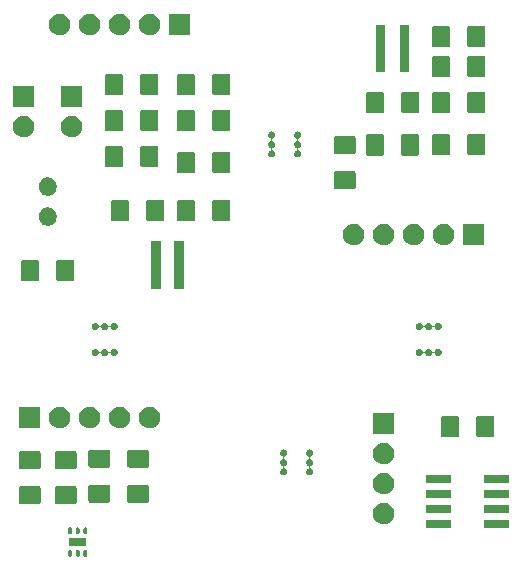
<source format=gbr>
G04 #@! TF.GenerationSoftware,KiCad,Pcbnew,(5.1.5)-3*
G04 #@! TF.CreationDate,2021-02-20T21:47:20+01:00*
G04 #@! TF.ProjectId,brievenbusmelder,62726965-7665-46e6-9275-736d656c6465,rev?*
G04 #@! TF.SameCoordinates,Original*
G04 #@! TF.FileFunction,Soldermask,Top*
G04 #@! TF.FilePolarity,Negative*
%FSLAX46Y46*%
G04 Gerber Fmt 4.6, Leading zero omitted, Abs format (unit mm)*
G04 Created by KiCad (PCBNEW (5.1.5)-3) date 2021-02-20 21:47:20*
%MOMM*%
%LPD*%
G04 APERTURE LIST*
%ADD10C,0.100000*%
G04 APERTURE END LIST*
D10*
G36*
X31388502Y-85108547D02*
G01*
X31421678Y-85118611D01*
X31452254Y-85134954D01*
X31479053Y-85156947D01*
X31501046Y-85183746D01*
X31517389Y-85214322D01*
X31527453Y-85247498D01*
X31530000Y-85273359D01*
X31530000Y-85540641D01*
X31527453Y-85566502D01*
X31517389Y-85599678D01*
X31501046Y-85630254D01*
X31479054Y-85657052D01*
X31452253Y-85679046D01*
X31421677Y-85695389D01*
X31388501Y-85705453D01*
X31354000Y-85708851D01*
X31319498Y-85705453D01*
X31286322Y-85695389D01*
X31255746Y-85679046D01*
X31228948Y-85657054D01*
X31206954Y-85630253D01*
X31190611Y-85599677D01*
X31180547Y-85566501D01*
X31178000Y-85540640D01*
X31178000Y-85273359D01*
X31180547Y-85247498D01*
X31190611Y-85214321D01*
X31206953Y-85183749D01*
X31228948Y-85156947D01*
X31255747Y-85134954D01*
X31286323Y-85118611D01*
X31319499Y-85108547D01*
X31354000Y-85105149D01*
X31388502Y-85108547D01*
G37*
G36*
X32038502Y-85108547D02*
G01*
X32071678Y-85118611D01*
X32102254Y-85134954D01*
X32129053Y-85156947D01*
X32151046Y-85183746D01*
X32167389Y-85214322D01*
X32177453Y-85247498D01*
X32180000Y-85273359D01*
X32180000Y-85540641D01*
X32177453Y-85566502D01*
X32167389Y-85599678D01*
X32151046Y-85630254D01*
X32129054Y-85657052D01*
X32102253Y-85679046D01*
X32071677Y-85695389D01*
X32038501Y-85705453D01*
X32004000Y-85708851D01*
X31969498Y-85705453D01*
X31936322Y-85695389D01*
X31905746Y-85679046D01*
X31878948Y-85657054D01*
X31856954Y-85630253D01*
X31840611Y-85599677D01*
X31830547Y-85566501D01*
X31828000Y-85540640D01*
X31828000Y-85273359D01*
X31830547Y-85247498D01*
X31840611Y-85214321D01*
X31856953Y-85183749D01*
X31878948Y-85156947D01*
X31905747Y-85134954D01*
X31936323Y-85118611D01*
X31969499Y-85108547D01*
X32004000Y-85105149D01*
X32038502Y-85108547D01*
G37*
G36*
X32688502Y-85108547D02*
G01*
X32721678Y-85118611D01*
X32752254Y-85134954D01*
X32779053Y-85156947D01*
X32801046Y-85183746D01*
X32817389Y-85214322D01*
X32827453Y-85247498D01*
X32830000Y-85273359D01*
X32830000Y-85540641D01*
X32827453Y-85566502D01*
X32817389Y-85599678D01*
X32801046Y-85630254D01*
X32779054Y-85657052D01*
X32752253Y-85679046D01*
X32721677Y-85695389D01*
X32688501Y-85705453D01*
X32654000Y-85708851D01*
X32619498Y-85705453D01*
X32586322Y-85695389D01*
X32555746Y-85679046D01*
X32528948Y-85657054D01*
X32506954Y-85630253D01*
X32490611Y-85599677D01*
X32480547Y-85566501D01*
X32478000Y-85540640D01*
X32478000Y-85273359D01*
X32480547Y-85247498D01*
X32490611Y-85214321D01*
X32506953Y-85183749D01*
X32528948Y-85156947D01*
X32555747Y-85134954D01*
X32586323Y-85118611D01*
X32619499Y-85108547D01*
X32654000Y-85105149D01*
X32688502Y-85108547D01*
G37*
G36*
X32730000Y-84833000D02*
G01*
X31278000Y-84833000D01*
X31278000Y-84081000D01*
X32730000Y-84081000D01*
X32730000Y-84833000D01*
G37*
G36*
X32038502Y-83208547D02*
G01*
X32071678Y-83218611D01*
X32102254Y-83234954D01*
X32129053Y-83256947D01*
X32151046Y-83283746D01*
X32167389Y-83314322D01*
X32177453Y-83347498D01*
X32180000Y-83373359D01*
X32180000Y-83640641D01*
X32177453Y-83666502D01*
X32167389Y-83699678D01*
X32151046Y-83730254D01*
X32129054Y-83757052D01*
X32102253Y-83779046D01*
X32071677Y-83795389D01*
X32038501Y-83805453D01*
X32004000Y-83808851D01*
X31969498Y-83805453D01*
X31936322Y-83795389D01*
X31905746Y-83779046D01*
X31878948Y-83757054D01*
X31856954Y-83730253D01*
X31840611Y-83699677D01*
X31830547Y-83666501D01*
X31828000Y-83640640D01*
X31828000Y-83373359D01*
X31830547Y-83347498D01*
X31840611Y-83314321D01*
X31856953Y-83283749D01*
X31878948Y-83256947D01*
X31905747Y-83234954D01*
X31936323Y-83218611D01*
X31969499Y-83208547D01*
X32004000Y-83205149D01*
X32038502Y-83208547D01*
G37*
G36*
X32688502Y-83208547D02*
G01*
X32721678Y-83218611D01*
X32752254Y-83234954D01*
X32779053Y-83256947D01*
X32801046Y-83283746D01*
X32817389Y-83314322D01*
X32827453Y-83347498D01*
X32830000Y-83373359D01*
X32830000Y-83640641D01*
X32827453Y-83666502D01*
X32817389Y-83699678D01*
X32801046Y-83730254D01*
X32779054Y-83757052D01*
X32752253Y-83779046D01*
X32721677Y-83795389D01*
X32688501Y-83805453D01*
X32654000Y-83808851D01*
X32619498Y-83805453D01*
X32586322Y-83795389D01*
X32555746Y-83779046D01*
X32528948Y-83757054D01*
X32506954Y-83730253D01*
X32490611Y-83699677D01*
X32480547Y-83666501D01*
X32478000Y-83640640D01*
X32478000Y-83373359D01*
X32480547Y-83347498D01*
X32490611Y-83314321D01*
X32506953Y-83283749D01*
X32528948Y-83256947D01*
X32555747Y-83234954D01*
X32586323Y-83218611D01*
X32619499Y-83208547D01*
X32654000Y-83205149D01*
X32688502Y-83208547D01*
G37*
G36*
X31388502Y-83208547D02*
G01*
X31421678Y-83218611D01*
X31452254Y-83234954D01*
X31479053Y-83256947D01*
X31501046Y-83283746D01*
X31517389Y-83314322D01*
X31527453Y-83347498D01*
X31530000Y-83373359D01*
X31530000Y-83640641D01*
X31527453Y-83666502D01*
X31517389Y-83699678D01*
X31501046Y-83730254D01*
X31479054Y-83757052D01*
X31452253Y-83779046D01*
X31421677Y-83795389D01*
X31388501Y-83805453D01*
X31354000Y-83808851D01*
X31319498Y-83805453D01*
X31286322Y-83795389D01*
X31255746Y-83779046D01*
X31228948Y-83757054D01*
X31206954Y-83730253D01*
X31190611Y-83699677D01*
X31180547Y-83666501D01*
X31178000Y-83640640D01*
X31178000Y-83373359D01*
X31180547Y-83347498D01*
X31190611Y-83314321D01*
X31206953Y-83283749D01*
X31228948Y-83256947D01*
X31255747Y-83234954D01*
X31286323Y-83218611D01*
X31319499Y-83208547D01*
X31354000Y-83205149D01*
X31388502Y-83208547D01*
G37*
G36*
X68529400Y-83261400D02*
G01*
X66446200Y-83261400D01*
X66446200Y-82600600D01*
X68529400Y-82600600D01*
X68529400Y-83261400D01*
G37*
G36*
X63601800Y-83261400D02*
G01*
X61518600Y-83261400D01*
X61518600Y-82600600D01*
X63601800Y-82600600D01*
X63601800Y-83261400D01*
G37*
G36*
X58025512Y-81145927D02*
G01*
X58174812Y-81175624D01*
X58338784Y-81243544D01*
X58486354Y-81342147D01*
X58611853Y-81467646D01*
X58710456Y-81615216D01*
X58778376Y-81779188D01*
X58813000Y-81953259D01*
X58813000Y-82130741D01*
X58778376Y-82304812D01*
X58710456Y-82468784D01*
X58611853Y-82616354D01*
X58486354Y-82741853D01*
X58338784Y-82840456D01*
X58174812Y-82908376D01*
X58025512Y-82938073D01*
X58000742Y-82943000D01*
X57823258Y-82943000D01*
X57798488Y-82938073D01*
X57649188Y-82908376D01*
X57485216Y-82840456D01*
X57337646Y-82741853D01*
X57212147Y-82616354D01*
X57113544Y-82468784D01*
X57045624Y-82304812D01*
X57011000Y-82130741D01*
X57011000Y-81953259D01*
X57045624Y-81779188D01*
X57113544Y-81615216D01*
X57212147Y-81467646D01*
X57337646Y-81342147D01*
X57485216Y-81243544D01*
X57649188Y-81175624D01*
X57798488Y-81145927D01*
X57823258Y-81141000D01*
X58000742Y-81141000D01*
X58025512Y-81145927D01*
G37*
G36*
X68529400Y-81991400D02*
G01*
X66446200Y-81991400D01*
X66446200Y-81330600D01*
X68529400Y-81330600D01*
X68529400Y-81991400D01*
G37*
G36*
X63601800Y-81991400D02*
G01*
X61518600Y-81991400D01*
X61518600Y-81330600D01*
X63601800Y-81330600D01*
X63601800Y-81991400D01*
G37*
G36*
X28715562Y-79722181D02*
G01*
X28750481Y-79732774D01*
X28782663Y-79749976D01*
X28810873Y-79773127D01*
X28834024Y-79801337D01*
X28851226Y-79833519D01*
X28861819Y-79868438D01*
X28866000Y-79910895D01*
X28866000Y-81052105D01*
X28861819Y-81094562D01*
X28851226Y-81129481D01*
X28834024Y-81161663D01*
X28810873Y-81189873D01*
X28782663Y-81213024D01*
X28750481Y-81230226D01*
X28715562Y-81240819D01*
X28673105Y-81245000D01*
X27206895Y-81245000D01*
X27164438Y-81240819D01*
X27129519Y-81230226D01*
X27097337Y-81213024D01*
X27069127Y-81189873D01*
X27045976Y-81161663D01*
X27028774Y-81129481D01*
X27018181Y-81094562D01*
X27014000Y-81052105D01*
X27014000Y-79910895D01*
X27018181Y-79868438D01*
X27028774Y-79833519D01*
X27045976Y-79801337D01*
X27069127Y-79773127D01*
X27097337Y-79749976D01*
X27129519Y-79732774D01*
X27164438Y-79722181D01*
X27206895Y-79718000D01*
X28673105Y-79718000D01*
X28715562Y-79722181D01*
G37*
G36*
X31763562Y-79722181D02*
G01*
X31798481Y-79732774D01*
X31830663Y-79749976D01*
X31858873Y-79773127D01*
X31882024Y-79801337D01*
X31899226Y-79833519D01*
X31909819Y-79868438D01*
X31914000Y-79910895D01*
X31914000Y-81052105D01*
X31909819Y-81094562D01*
X31899226Y-81129481D01*
X31882024Y-81161663D01*
X31858873Y-81189873D01*
X31830663Y-81213024D01*
X31798481Y-81230226D01*
X31763562Y-81240819D01*
X31721105Y-81245000D01*
X30254895Y-81245000D01*
X30212438Y-81240819D01*
X30177519Y-81230226D01*
X30145337Y-81213024D01*
X30117127Y-81189873D01*
X30093976Y-81161663D01*
X30076774Y-81129481D01*
X30066181Y-81094562D01*
X30062000Y-81052105D01*
X30062000Y-79910895D01*
X30066181Y-79868438D01*
X30076774Y-79833519D01*
X30093976Y-79801337D01*
X30117127Y-79773127D01*
X30145337Y-79749976D01*
X30177519Y-79732774D01*
X30212438Y-79722181D01*
X30254895Y-79718000D01*
X31721105Y-79718000D01*
X31763562Y-79722181D01*
G37*
G36*
X37904563Y-79605180D02*
G01*
X37939482Y-79615773D01*
X37971664Y-79632975D01*
X37999874Y-79656126D01*
X38023025Y-79684336D01*
X38040227Y-79716518D01*
X38050820Y-79751437D01*
X38055001Y-79793894D01*
X38055001Y-80935104D01*
X38050820Y-80977561D01*
X38040227Y-81012480D01*
X38023025Y-81044662D01*
X37999874Y-81072872D01*
X37971664Y-81096023D01*
X37939482Y-81113225D01*
X37904563Y-81123818D01*
X37862106Y-81127999D01*
X36395896Y-81127999D01*
X36353439Y-81123818D01*
X36318520Y-81113225D01*
X36286338Y-81096023D01*
X36258128Y-81072872D01*
X36234977Y-81044662D01*
X36217775Y-81012480D01*
X36207182Y-80977561D01*
X36203001Y-80935104D01*
X36203001Y-79793894D01*
X36207182Y-79751437D01*
X36217775Y-79716518D01*
X36234977Y-79684336D01*
X36258128Y-79656126D01*
X36286338Y-79632975D01*
X36318520Y-79615773D01*
X36353439Y-79605180D01*
X36395896Y-79600999D01*
X37862106Y-79600999D01*
X37904563Y-79605180D01*
G37*
G36*
X34614563Y-79605180D02*
G01*
X34649482Y-79615773D01*
X34681664Y-79632975D01*
X34709874Y-79656126D01*
X34733025Y-79684336D01*
X34750227Y-79716518D01*
X34760820Y-79751437D01*
X34765001Y-79793894D01*
X34765001Y-80935104D01*
X34760820Y-80977561D01*
X34750227Y-81012480D01*
X34733025Y-81044662D01*
X34709874Y-81072872D01*
X34681664Y-81096023D01*
X34649482Y-81113225D01*
X34614563Y-81123818D01*
X34572106Y-81127999D01*
X33105896Y-81127999D01*
X33063439Y-81123818D01*
X33028520Y-81113225D01*
X32996338Y-81096023D01*
X32968128Y-81072872D01*
X32944977Y-81044662D01*
X32927775Y-81012480D01*
X32917182Y-80977561D01*
X32913001Y-80935104D01*
X32913001Y-79793894D01*
X32917182Y-79751437D01*
X32927775Y-79716518D01*
X32944977Y-79684336D01*
X32968128Y-79656126D01*
X32996338Y-79632975D01*
X33028520Y-79615773D01*
X33063439Y-79605180D01*
X33105896Y-79600999D01*
X34572106Y-79600999D01*
X34614563Y-79605180D01*
G37*
G36*
X63601800Y-80721400D02*
G01*
X61518600Y-80721400D01*
X61518600Y-80060600D01*
X63601800Y-80060600D01*
X63601800Y-80721400D01*
G37*
G36*
X68529400Y-80721400D02*
G01*
X66446200Y-80721400D01*
X66446200Y-80060600D01*
X68529400Y-80060600D01*
X68529400Y-80721400D01*
G37*
G36*
X58025512Y-78605927D02*
G01*
X58174812Y-78635624D01*
X58338784Y-78703544D01*
X58486354Y-78802147D01*
X58611853Y-78927646D01*
X58710456Y-79075216D01*
X58778376Y-79239188D01*
X58813000Y-79413259D01*
X58813000Y-79590741D01*
X58778376Y-79764812D01*
X58710456Y-79928784D01*
X58611853Y-80076354D01*
X58486354Y-80201853D01*
X58338784Y-80300456D01*
X58174812Y-80368376D01*
X58025512Y-80398073D01*
X58000742Y-80403000D01*
X57823258Y-80403000D01*
X57798488Y-80398073D01*
X57649188Y-80368376D01*
X57485216Y-80300456D01*
X57337646Y-80201853D01*
X57212147Y-80076354D01*
X57113544Y-79928784D01*
X57045624Y-79764812D01*
X57011000Y-79590741D01*
X57011000Y-79413259D01*
X57045624Y-79239188D01*
X57113544Y-79075216D01*
X57212147Y-78927646D01*
X57337646Y-78802147D01*
X57485216Y-78703544D01*
X57649188Y-78635624D01*
X57798488Y-78605927D01*
X57823258Y-78601000D01*
X58000742Y-78601000D01*
X58025512Y-78605927D01*
G37*
G36*
X63601800Y-79451400D02*
G01*
X61518600Y-79451400D01*
X61518600Y-78790600D01*
X63601800Y-78790600D01*
X63601800Y-79451400D01*
G37*
G36*
X68529400Y-79451400D02*
G01*
X66446200Y-79451400D01*
X66446200Y-78790600D01*
X68529400Y-78790600D01*
X68529400Y-79451400D01*
G37*
G36*
X49533797Y-76634567D02*
G01*
X49562342Y-76646391D01*
X49588577Y-76657258D01*
X49637876Y-76690198D01*
X49679802Y-76732124D01*
X49712742Y-76781423D01*
X49712743Y-76781425D01*
X49735433Y-76836203D01*
X49747000Y-76894353D01*
X49747000Y-76953647D01*
X49735433Y-77011797D01*
X49719301Y-77050742D01*
X49712742Y-77066577D01*
X49679802Y-77115876D01*
X49637876Y-77157802D01*
X49588577Y-77190742D01*
X49588576Y-77190743D01*
X49588575Y-77190743D01*
X49545668Y-77208516D01*
X49524057Y-77220067D01*
X49505115Y-77235613D01*
X49489570Y-77254555D01*
X49478019Y-77276165D01*
X49470906Y-77299614D01*
X49468504Y-77324000D01*
X49470906Y-77348387D01*
X49478019Y-77371835D01*
X49489570Y-77393446D01*
X49505116Y-77412388D01*
X49524058Y-77427933D01*
X49545668Y-77439484D01*
X49588575Y-77457257D01*
X49588577Y-77457258D01*
X49637876Y-77490198D01*
X49679802Y-77532124D01*
X49682628Y-77536354D01*
X49712743Y-77581425D01*
X49735433Y-77636203D01*
X49747000Y-77694353D01*
X49747000Y-77753647D01*
X49735433Y-77811797D01*
X49714224Y-77863000D01*
X49712742Y-77866577D01*
X49679802Y-77915876D01*
X49637876Y-77957802D01*
X49588577Y-77990742D01*
X49588576Y-77990743D01*
X49588575Y-77990743D01*
X49545668Y-78008516D01*
X49524057Y-78020067D01*
X49505115Y-78035613D01*
X49489570Y-78054555D01*
X49478019Y-78076165D01*
X49470906Y-78099614D01*
X49468504Y-78124000D01*
X49470906Y-78148387D01*
X49478019Y-78171835D01*
X49489570Y-78193446D01*
X49505116Y-78212388D01*
X49524058Y-78227933D01*
X49545668Y-78239484D01*
X49588575Y-78257257D01*
X49588577Y-78257258D01*
X49637876Y-78290198D01*
X49679802Y-78332124D01*
X49712742Y-78381423D01*
X49712743Y-78381425D01*
X49735433Y-78436203D01*
X49747000Y-78494353D01*
X49747000Y-78553647D01*
X49735433Y-78611797D01*
X49725563Y-78635624D01*
X49712742Y-78666577D01*
X49679802Y-78715876D01*
X49637876Y-78757802D01*
X49588577Y-78790742D01*
X49588576Y-78790743D01*
X49588575Y-78790743D01*
X49533797Y-78813433D01*
X49475647Y-78825000D01*
X49416353Y-78825000D01*
X49358203Y-78813433D01*
X49303425Y-78790743D01*
X49303424Y-78790743D01*
X49303423Y-78790742D01*
X49254124Y-78757802D01*
X49212198Y-78715876D01*
X49179258Y-78666577D01*
X49166437Y-78635624D01*
X49156567Y-78611797D01*
X49145000Y-78553647D01*
X49145000Y-78494353D01*
X49156567Y-78436203D01*
X49179257Y-78381425D01*
X49179258Y-78381423D01*
X49212198Y-78332124D01*
X49254124Y-78290198D01*
X49303423Y-78257258D01*
X49303425Y-78257257D01*
X49346332Y-78239484D01*
X49367943Y-78227933D01*
X49386885Y-78212387D01*
X49402430Y-78193445D01*
X49413981Y-78171835D01*
X49421094Y-78148386D01*
X49423496Y-78124000D01*
X49421094Y-78099613D01*
X49413981Y-78076165D01*
X49402430Y-78054554D01*
X49386884Y-78035612D01*
X49367942Y-78020067D01*
X49346332Y-78008516D01*
X49303425Y-77990743D01*
X49303424Y-77990743D01*
X49303423Y-77990742D01*
X49254124Y-77957802D01*
X49212198Y-77915876D01*
X49179258Y-77866577D01*
X49177776Y-77863000D01*
X49156567Y-77811797D01*
X49145000Y-77753647D01*
X49145000Y-77694353D01*
X49156567Y-77636203D01*
X49179257Y-77581425D01*
X49209372Y-77536354D01*
X49212198Y-77532124D01*
X49254124Y-77490198D01*
X49303423Y-77457258D01*
X49303425Y-77457257D01*
X49346332Y-77439484D01*
X49367943Y-77427933D01*
X49386885Y-77412387D01*
X49402430Y-77393445D01*
X49413981Y-77371835D01*
X49421094Y-77348386D01*
X49423496Y-77324000D01*
X49421094Y-77299613D01*
X49413981Y-77276165D01*
X49402430Y-77254554D01*
X49386884Y-77235612D01*
X49367942Y-77220067D01*
X49346332Y-77208516D01*
X49303425Y-77190743D01*
X49303424Y-77190743D01*
X49303423Y-77190742D01*
X49254124Y-77157802D01*
X49212198Y-77115876D01*
X49179258Y-77066577D01*
X49172699Y-77050742D01*
X49156567Y-77011797D01*
X49145000Y-76953647D01*
X49145000Y-76894353D01*
X49156567Y-76836203D01*
X49179257Y-76781425D01*
X49179258Y-76781423D01*
X49212198Y-76732124D01*
X49254124Y-76690198D01*
X49303423Y-76657258D01*
X49329658Y-76646391D01*
X49358203Y-76634567D01*
X49416353Y-76623000D01*
X49475647Y-76623000D01*
X49533797Y-76634567D01*
G37*
G36*
X51733797Y-76634567D02*
G01*
X51762342Y-76646391D01*
X51788577Y-76657258D01*
X51837876Y-76690198D01*
X51879802Y-76732124D01*
X51912742Y-76781423D01*
X51912743Y-76781425D01*
X51935433Y-76836203D01*
X51947000Y-76894353D01*
X51947000Y-76953647D01*
X51935433Y-77011797D01*
X51919301Y-77050742D01*
X51912742Y-77066577D01*
X51879802Y-77115876D01*
X51837876Y-77157802D01*
X51788577Y-77190742D01*
X51788576Y-77190743D01*
X51788575Y-77190743D01*
X51745668Y-77208516D01*
X51724057Y-77220067D01*
X51705115Y-77235613D01*
X51689570Y-77254555D01*
X51678019Y-77276165D01*
X51670906Y-77299614D01*
X51668504Y-77324000D01*
X51670906Y-77348387D01*
X51678019Y-77371835D01*
X51689570Y-77393446D01*
X51705116Y-77412388D01*
X51724058Y-77427933D01*
X51745668Y-77439484D01*
X51788575Y-77457257D01*
X51788577Y-77457258D01*
X51837876Y-77490198D01*
X51879802Y-77532124D01*
X51882628Y-77536354D01*
X51912743Y-77581425D01*
X51935433Y-77636203D01*
X51947000Y-77694353D01*
X51947000Y-77753647D01*
X51935433Y-77811797D01*
X51914224Y-77863000D01*
X51912742Y-77866577D01*
X51879802Y-77915876D01*
X51837876Y-77957802D01*
X51788577Y-77990742D01*
X51788576Y-77990743D01*
X51788575Y-77990743D01*
X51745668Y-78008516D01*
X51724057Y-78020067D01*
X51705115Y-78035613D01*
X51689570Y-78054555D01*
X51678019Y-78076165D01*
X51670906Y-78099614D01*
X51668504Y-78124000D01*
X51670906Y-78148387D01*
X51678019Y-78171835D01*
X51689570Y-78193446D01*
X51705116Y-78212388D01*
X51724058Y-78227933D01*
X51745668Y-78239484D01*
X51788575Y-78257257D01*
X51788577Y-78257258D01*
X51837876Y-78290198D01*
X51879802Y-78332124D01*
X51912742Y-78381423D01*
X51912743Y-78381425D01*
X51935433Y-78436203D01*
X51947000Y-78494353D01*
X51947000Y-78553647D01*
X51935433Y-78611797D01*
X51925563Y-78635624D01*
X51912742Y-78666577D01*
X51879802Y-78715876D01*
X51837876Y-78757802D01*
X51788577Y-78790742D01*
X51788576Y-78790743D01*
X51788575Y-78790743D01*
X51733797Y-78813433D01*
X51675647Y-78825000D01*
X51616353Y-78825000D01*
X51558203Y-78813433D01*
X51503425Y-78790743D01*
X51503424Y-78790743D01*
X51503423Y-78790742D01*
X51454124Y-78757802D01*
X51412198Y-78715876D01*
X51379258Y-78666577D01*
X51366437Y-78635624D01*
X51356567Y-78611797D01*
X51345000Y-78553647D01*
X51345000Y-78494353D01*
X51356567Y-78436203D01*
X51379257Y-78381425D01*
X51379258Y-78381423D01*
X51412198Y-78332124D01*
X51454124Y-78290198D01*
X51503423Y-78257258D01*
X51503425Y-78257257D01*
X51546332Y-78239484D01*
X51567943Y-78227933D01*
X51586885Y-78212387D01*
X51602430Y-78193445D01*
X51613981Y-78171835D01*
X51621094Y-78148386D01*
X51623496Y-78124000D01*
X51621094Y-78099613D01*
X51613981Y-78076165D01*
X51602430Y-78054554D01*
X51586884Y-78035612D01*
X51567942Y-78020067D01*
X51546332Y-78008516D01*
X51503425Y-77990743D01*
X51503424Y-77990743D01*
X51503423Y-77990742D01*
X51454124Y-77957802D01*
X51412198Y-77915876D01*
X51379258Y-77866577D01*
X51377776Y-77863000D01*
X51356567Y-77811797D01*
X51345000Y-77753647D01*
X51345000Y-77694353D01*
X51356567Y-77636203D01*
X51379257Y-77581425D01*
X51409372Y-77536354D01*
X51412198Y-77532124D01*
X51454124Y-77490198D01*
X51503423Y-77457258D01*
X51503425Y-77457257D01*
X51546332Y-77439484D01*
X51567943Y-77427933D01*
X51586885Y-77412387D01*
X51602430Y-77393445D01*
X51613981Y-77371835D01*
X51621094Y-77348386D01*
X51623496Y-77324000D01*
X51621094Y-77299613D01*
X51613981Y-77276165D01*
X51602430Y-77254554D01*
X51586884Y-77235612D01*
X51567942Y-77220067D01*
X51546332Y-77208516D01*
X51503425Y-77190743D01*
X51503424Y-77190743D01*
X51503423Y-77190742D01*
X51454124Y-77157802D01*
X51412198Y-77115876D01*
X51379258Y-77066577D01*
X51372699Y-77050742D01*
X51356567Y-77011797D01*
X51345000Y-76953647D01*
X51345000Y-76894353D01*
X51356567Y-76836203D01*
X51379257Y-76781425D01*
X51379258Y-76781423D01*
X51412198Y-76732124D01*
X51454124Y-76690198D01*
X51503423Y-76657258D01*
X51529658Y-76646391D01*
X51558203Y-76634567D01*
X51616353Y-76623000D01*
X51675647Y-76623000D01*
X51733797Y-76634567D01*
G37*
G36*
X31763562Y-76747181D02*
G01*
X31798481Y-76757774D01*
X31830663Y-76774976D01*
X31858873Y-76798127D01*
X31882024Y-76826337D01*
X31899226Y-76858519D01*
X31909819Y-76893438D01*
X31914000Y-76935895D01*
X31914000Y-78077105D01*
X31909819Y-78119562D01*
X31899226Y-78154481D01*
X31882024Y-78186663D01*
X31858873Y-78214873D01*
X31830663Y-78238024D01*
X31798481Y-78255226D01*
X31763562Y-78265819D01*
X31721105Y-78270000D01*
X30254895Y-78270000D01*
X30212438Y-78265819D01*
X30177519Y-78255226D01*
X30145337Y-78238024D01*
X30117127Y-78214873D01*
X30093976Y-78186663D01*
X30076774Y-78154481D01*
X30066181Y-78119562D01*
X30062000Y-78077105D01*
X30062000Y-76935895D01*
X30066181Y-76893438D01*
X30076774Y-76858519D01*
X30093976Y-76826337D01*
X30117127Y-76798127D01*
X30145337Y-76774976D01*
X30177519Y-76757774D01*
X30212438Y-76747181D01*
X30254895Y-76743000D01*
X31721105Y-76743000D01*
X31763562Y-76747181D01*
G37*
G36*
X28715562Y-76747181D02*
G01*
X28750481Y-76757774D01*
X28782663Y-76774976D01*
X28810873Y-76798127D01*
X28834024Y-76826337D01*
X28851226Y-76858519D01*
X28861819Y-76893438D01*
X28866000Y-76935895D01*
X28866000Y-78077105D01*
X28861819Y-78119562D01*
X28851226Y-78154481D01*
X28834024Y-78186663D01*
X28810873Y-78214873D01*
X28782663Y-78238024D01*
X28750481Y-78255226D01*
X28715562Y-78265819D01*
X28673105Y-78270000D01*
X27206895Y-78270000D01*
X27164438Y-78265819D01*
X27129519Y-78255226D01*
X27097337Y-78238024D01*
X27069127Y-78214873D01*
X27045976Y-78186663D01*
X27028774Y-78154481D01*
X27018181Y-78119562D01*
X27014000Y-78077105D01*
X27014000Y-76935895D01*
X27018181Y-76893438D01*
X27028774Y-76858519D01*
X27045976Y-76826337D01*
X27069127Y-76798127D01*
X27097337Y-76774976D01*
X27129519Y-76757774D01*
X27164438Y-76747181D01*
X27206895Y-76743000D01*
X28673105Y-76743000D01*
X28715562Y-76747181D01*
G37*
G36*
X34614563Y-76630180D02*
G01*
X34649482Y-76640773D01*
X34681664Y-76657975D01*
X34709874Y-76681126D01*
X34733025Y-76709336D01*
X34750227Y-76741518D01*
X34760820Y-76776437D01*
X34765001Y-76818894D01*
X34765001Y-77960104D01*
X34760820Y-78002561D01*
X34750227Y-78037480D01*
X34733025Y-78069662D01*
X34709874Y-78097872D01*
X34681664Y-78121023D01*
X34649482Y-78138225D01*
X34614563Y-78148818D01*
X34572106Y-78152999D01*
X33105896Y-78152999D01*
X33063439Y-78148818D01*
X33028520Y-78138225D01*
X32996338Y-78121023D01*
X32968128Y-78097872D01*
X32944977Y-78069662D01*
X32927775Y-78037480D01*
X32917182Y-78002561D01*
X32913001Y-77960104D01*
X32913001Y-76818894D01*
X32917182Y-76776437D01*
X32927775Y-76741518D01*
X32944977Y-76709336D01*
X32968128Y-76681126D01*
X32996338Y-76657975D01*
X33028520Y-76640773D01*
X33063439Y-76630180D01*
X33105896Y-76625999D01*
X34572106Y-76625999D01*
X34614563Y-76630180D01*
G37*
G36*
X37904563Y-76630180D02*
G01*
X37939482Y-76640773D01*
X37971664Y-76657975D01*
X37999874Y-76681126D01*
X38023025Y-76709336D01*
X38040227Y-76741518D01*
X38050820Y-76776437D01*
X38055001Y-76818894D01*
X38055001Y-77960104D01*
X38050820Y-78002561D01*
X38040227Y-78037480D01*
X38023025Y-78069662D01*
X37999874Y-78097872D01*
X37971664Y-78121023D01*
X37939482Y-78138225D01*
X37904563Y-78148818D01*
X37862106Y-78152999D01*
X36395896Y-78152999D01*
X36353439Y-78148818D01*
X36318520Y-78138225D01*
X36286338Y-78121023D01*
X36258128Y-78097872D01*
X36234977Y-78069662D01*
X36217775Y-78037480D01*
X36207182Y-78002561D01*
X36203001Y-77960104D01*
X36203001Y-76818894D01*
X36207182Y-76776437D01*
X36217775Y-76741518D01*
X36234977Y-76709336D01*
X36258128Y-76681126D01*
X36286338Y-76657975D01*
X36318520Y-76640773D01*
X36353439Y-76630180D01*
X36395896Y-76625999D01*
X37862106Y-76625999D01*
X37904563Y-76630180D01*
G37*
G36*
X58025512Y-76065927D02*
G01*
X58174812Y-76095624D01*
X58338784Y-76163544D01*
X58486354Y-76262147D01*
X58611853Y-76387646D01*
X58710456Y-76535216D01*
X58778376Y-76699188D01*
X58813000Y-76873259D01*
X58813000Y-77050741D01*
X58778376Y-77224812D01*
X58710456Y-77388784D01*
X58611853Y-77536354D01*
X58486354Y-77661853D01*
X58338784Y-77760456D01*
X58174812Y-77828376D01*
X58025512Y-77858073D01*
X58000742Y-77863000D01*
X57823258Y-77863000D01*
X57798488Y-77858073D01*
X57649188Y-77828376D01*
X57485216Y-77760456D01*
X57337646Y-77661853D01*
X57212147Y-77536354D01*
X57113544Y-77388784D01*
X57045624Y-77224812D01*
X57011000Y-77050741D01*
X57011000Y-76873259D01*
X57045624Y-76699188D01*
X57113544Y-76535216D01*
X57212147Y-76387646D01*
X57337646Y-76262147D01*
X57485216Y-76163544D01*
X57649188Y-76095624D01*
X57798488Y-76065927D01*
X57823258Y-76061000D01*
X58000742Y-76061000D01*
X58025512Y-76065927D01*
G37*
G36*
X67124562Y-73754181D02*
G01*
X67159481Y-73764774D01*
X67191663Y-73781976D01*
X67219873Y-73805127D01*
X67243024Y-73833337D01*
X67260226Y-73865519D01*
X67270819Y-73900438D01*
X67275000Y-73942895D01*
X67275000Y-75409105D01*
X67270819Y-75451562D01*
X67260226Y-75486481D01*
X67243024Y-75518663D01*
X67219873Y-75546873D01*
X67191663Y-75570024D01*
X67159481Y-75587226D01*
X67124562Y-75597819D01*
X67082105Y-75602000D01*
X65940895Y-75602000D01*
X65898438Y-75597819D01*
X65863519Y-75587226D01*
X65831337Y-75570024D01*
X65803127Y-75546873D01*
X65779976Y-75518663D01*
X65762774Y-75486481D01*
X65752181Y-75451562D01*
X65748000Y-75409105D01*
X65748000Y-73942895D01*
X65752181Y-73900438D01*
X65762774Y-73865519D01*
X65779976Y-73833337D01*
X65803127Y-73805127D01*
X65831337Y-73781976D01*
X65863519Y-73764774D01*
X65898438Y-73754181D01*
X65940895Y-73750000D01*
X67082105Y-73750000D01*
X67124562Y-73754181D01*
G37*
G36*
X64149562Y-73754181D02*
G01*
X64184481Y-73764774D01*
X64216663Y-73781976D01*
X64244873Y-73805127D01*
X64268024Y-73833337D01*
X64285226Y-73865519D01*
X64295819Y-73900438D01*
X64300000Y-73942895D01*
X64300000Y-75409105D01*
X64295819Y-75451562D01*
X64285226Y-75486481D01*
X64268024Y-75518663D01*
X64244873Y-75546873D01*
X64216663Y-75570024D01*
X64184481Y-75587226D01*
X64149562Y-75597819D01*
X64107105Y-75602000D01*
X62965895Y-75602000D01*
X62923438Y-75597819D01*
X62888519Y-75587226D01*
X62856337Y-75570024D01*
X62828127Y-75546873D01*
X62804976Y-75518663D01*
X62787774Y-75486481D01*
X62777181Y-75451562D01*
X62773000Y-75409105D01*
X62773000Y-73942895D01*
X62777181Y-73900438D01*
X62787774Y-73865519D01*
X62804976Y-73833337D01*
X62828127Y-73805127D01*
X62856337Y-73781976D01*
X62888519Y-73764774D01*
X62923438Y-73754181D01*
X62965895Y-73750000D01*
X64107105Y-73750000D01*
X64149562Y-73754181D01*
G37*
G36*
X58813000Y-75323000D02*
G01*
X57011000Y-75323000D01*
X57011000Y-73521000D01*
X58813000Y-73521000D01*
X58813000Y-75323000D01*
G37*
G36*
X38213512Y-73017927D02*
G01*
X38362812Y-73047624D01*
X38526784Y-73115544D01*
X38674354Y-73214147D01*
X38799853Y-73339646D01*
X38898456Y-73487216D01*
X38966376Y-73651188D01*
X39001000Y-73825259D01*
X39001000Y-74002741D01*
X38966376Y-74176812D01*
X38898456Y-74340784D01*
X38799853Y-74488354D01*
X38674354Y-74613853D01*
X38526784Y-74712456D01*
X38362812Y-74780376D01*
X38213512Y-74810073D01*
X38188742Y-74815000D01*
X38011258Y-74815000D01*
X37986488Y-74810073D01*
X37837188Y-74780376D01*
X37673216Y-74712456D01*
X37525646Y-74613853D01*
X37400147Y-74488354D01*
X37301544Y-74340784D01*
X37233624Y-74176812D01*
X37199000Y-74002741D01*
X37199000Y-73825259D01*
X37233624Y-73651188D01*
X37301544Y-73487216D01*
X37400147Y-73339646D01*
X37525646Y-73214147D01*
X37673216Y-73115544D01*
X37837188Y-73047624D01*
X37986488Y-73017927D01*
X38011258Y-73013000D01*
X38188742Y-73013000D01*
X38213512Y-73017927D01*
G37*
G36*
X35673512Y-73017927D02*
G01*
X35822812Y-73047624D01*
X35986784Y-73115544D01*
X36134354Y-73214147D01*
X36259853Y-73339646D01*
X36358456Y-73487216D01*
X36426376Y-73651188D01*
X36461000Y-73825259D01*
X36461000Y-74002741D01*
X36426376Y-74176812D01*
X36358456Y-74340784D01*
X36259853Y-74488354D01*
X36134354Y-74613853D01*
X35986784Y-74712456D01*
X35822812Y-74780376D01*
X35673512Y-74810073D01*
X35648742Y-74815000D01*
X35471258Y-74815000D01*
X35446488Y-74810073D01*
X35297188Y-74780376D01*
X35133216Y-74712456D01*
X34985646Y-74613853D01*
X34860147Y-74488354D01*
X34761544Y-74340784D01*
X34693624Y-74176812D01*
X34659000Y-74002741D01*
X34659000Y-73825259D01*
X34693624Y-73651188D01*
X34761544Y-73487216D01*
X34860147Y-73339646D01*
X34985646Y-73214147D01*
X35133216Y-73115544D01*
X35297188Y-73047624D01*
X35446488Y-73017927D01*
X35471258Y-73013000D01*
X35648742Y-73013000D01*
X35673512Y-73017927D01*
G37*
G36*
X33133512Y-73017927D02*
G01*
X33282812Y-73047624D01*
X33446784Y-73115544D01*
X33594354Y-73214147D01*
X33719853Y-73339646D01*
X33818456Y-73487216D01*
X33886376Y-73651188D01*
X33921000Y-73825259D01*
X33921000Y-74002741D01*
X33886376Y-74176812D01*
X33818456Y-74340784D01*
X33719853Y-74488354D01*
X33594354Y-74613853D01*
X33446784Y-74712456D01*
X33282812Y-74780376D01*
X33133512Y-74810073D01*
X33108742Y-74815000D01*
X32931258Y-74815000D01*
X32906488Y-74810073D01*
X32757188Y-74780376D01*
X32593216Y-74712456D01*
X32445646Y-74613853D01*
X32320147Y-74488354D01*
X32221544Y-74340784D01*
X32153624Y-74176812D01*
X32119000Y-74002741D01*
X32119000Y-73825259D01*
X32153624Y-73651188D01*
X32221544Y-73487216D01*
X32320147Y-73339646D01*
X32445646Y-73214147D01*
X32593216Y-73115544D01*
X32757188Y-73047624D01*
X32906488Y-73017927D01*
X32931258Y-73013000D01*
X33108742Y-73013000D01*
X33133512Y-73017927D01*
G37*
G36*
X30593512Y-73017927D02*
G01*
X30742812Y-73047624D01*
X30906784Y-73115544D01*
X31054354Y-73214147D01*
X31179853Y-73339646D01*
X31278456Y-73487216D01*
X31346376Y-73651188D01*
X31381000Y-73825259D01*
X31381000Y-74002741D01*
X31346376Y-74176812D01*
X31278456Y-74340784D01*
X31179853Y-74488354D01*
X31054354Y-74613853D01*
X30906784Y-74712456D01*
X30742812Y-74780376D01*
X30593512Y-74810073D01*
X30568742Y-74815000D01*
X30391258Y-74815000D01*
X30366488Y-74810073D01*
X30217188Y-74780376D01*
X30053216Y-74712456D01*
X29905646Y-74613853D01*
X29780147Y-74488354D01*
X29681544Y-74340784D01*
X29613624Y-74176812D01*
X29579000Y-74002741D01*
X29579000Y-73825259D01*
X29613624Y-73651188D01*
X29681544Y-73487216D01*
X29780147Y-73339646D01*
X29905646Y-73214147D01*
X30053216Y-73115544D01*
X30217188Y-73047624D01*
X30366488Y-73017927D01*
X30391258Y-73013000D01*
X30568742Y-73013000D01*
X30593512Y-73017927D01*
G37*
G36*
X28841000Y-74815000D02*
G01*
X27039000Y-74815000D01*
X27039000Y-73013000D01*
X28841000Y-73013000D01*
X28841000Y-74815000D01*
G37*
G36*
X33577797Y-68120567D02*
G01*
X33632575Y-68143257D01*
X33632577Y-68143258D01*
X33681876Y-68176198D01*
X33723802Y-68218124D01*
X33756742Y-68267423D01*
X33756743Y-68267425D01*
X33774516Y-68310332D01*
X33786067Y-68331943D01*
X33801613Y-68350885D01*
X33820555Y-68366430D01*
X33842165Y-68377981D01*
X33865614Y-68385094D01*
X33890000Y-68387496D01*
X33914387Y-68385094D01*
X33937835Y-68377981D01*
X33959446Y-68366430D01*
X33978388Y-68350884D01*
X33993933Y-68331942D01*
X34005484Y-68310332D01*
X34023257Y-68267425D01*
X34023258Y-68267423D01*
X34056198Y-68218124D01*
X34098124Y-68176198D01*
X34147423Y-68143258D01*
X34147425Y-68143257D01*
X34202203Y-68120567D01*
X34260353Y-68109000D01*
X34319647Y-68109000D01*
X34377797Y-68120567D01*
X34432575Y-68143257D01*
X34432577Y-68143258D01*
X34481876Y-68176198D01*
X34523802Y-68218124D01*
X34556742Y-68267423D01*
X34556743Y-68267425D01*
X34574516Y-68310332D01*
X34586067Y-68331943D01*
X34601613Y-68350885D01*
X34620555Y-68366430D01*
X34642165Y-68377981D01*
X34665614Y-68385094D01*
X34690000Y-68387496D01*
X34714387Y-68385094D01*
X34737835Y-68377981D01*
X34759446Y-68366430D01*
X34778388Y-68350884D01*
X34793933Y-68331942D01*
X34805484Y-68310332D01*
X34823257Y-68267425D01*
X34823258Y-68267423D01*
X34856198Y-68218124D01*
X34898124Y-68176198D01*
X34947423Y-68143258D01*
X34947425Y-68143257D01*
X35002203Y-68120567D01*
X35060353Y-68109000D01*
X35119647Y-68109000D01*
X35177797Y-68120567D01*
X35232575Y-68143257D01*
X35232577Y-68143258D01*
X35281876Y-68176198D01*
X35323802Y-68218124D01*
X35356742Y-68267423D01*
X35356743Y-68267425D01*
X35379433Y-68322203D01*
X35391000Y-68380353D01*
X35391000Y-68439647D01*
X35379433Y-68497797D01*
X35356743Y-68552575D01*
X35356742Y-68552577D01*
X35323802Y-68601876D01*
X35281876Y-68643802D01*
X35232577Y-68676742D01*
X35232576Y-68676743D01*
X35232575Y-68676743D01*
X35177797Y-68699433D01*
X35119647Y-68711000D01*
X35060353Y-68711000D01*
X35002203Y-68699433D01*
X34947425Y-68676743D01*
X34947424Y-68676743D01*
X34947423Y-68676742D01*
X34898124Y-68643802D01*
X34856198Y-68601876D01*
X34823258Y-68552577D01*
X34823257Y-68552575D01*
X34805484Y-68509668D01*
X34793933Y-68488057D01*
X34778387Y-68469115D01*
X34759445Y-68453570D01*
X34737835Y-68442019D01*
X34714386Y-68434906D01*
X34690000Y-68432504D01*
X34665613Y-68434906D01*
X34642165Y-68442019D01*
X34620554Y-68453570D01*
X34601612Y-68469116D01*
X34586067Y-68488058D01*
X34574516Y-68509668D01*
X34556743Y-68552575D01*
X34556742Y-68552577D01*
X34523802Y-68601876D01*
X34481876Y-68643802D01*
X34432577Y-68676742D01*
X34432576Y-68676743D01*
X34432575Y-68676743D01*
X34377797Y-68699433D01*
X34319647Y-68711000D01*
X34260353Y-68711000D01*
X34202203Y-68699433D01*
X34147425Y-68676743D01*
X34147424Y-68676743D01*
X34147423Y-68676742D01*
X34098124Y-68643802D01*
X34056198Y-68601876D01*
X34023258Y-68552577D01*
X34023257Y-68552575D01*
X34005484Y-68509668D01*
X33993933Y-68488057D01*
X33978387Y-68469115D01*
X33959445Y-68453570D01*
X33937835Y-68442019D01*
X33914386Y-68434906D01*
X33890000Y-68432504D01*
X33865613Y-68434906D01*
X33842165Y-68442019D01*
X33820554Y-68453570D01*
X33801612Y-68469116D01*
X33786067Y-68488058D01*
X33774516Y-68509668D01*
X33756743Y-68552575D01*
X33756742Y-68552577D01*
X33723802Y-68601876D01*
X33681876Y-68643802D01*
X33632577Y-68676742D01*
X33632576Y-68676743D01*
X33632575Y-68676743D01*
X33577797Y-68699433D01*
X33519647Y-68711000D01*
X33460353Y-68711000D01*
X33402203Y-68699433D01*
X33347425Y-68676743D01*
X33347424Y-68676743D01*
X33347423Y-68676742D01*
X33298124Y-68643802D01*
X33256198Y-68601876D01*
X33223258Y-68552577D01*
X33223257Y-68552575D01*
X33200567Y-68497797D01*
X33189000Y-68439647D01*
X33189000Y-68380353D01*
X33200567Y-68322203D01*
X33223257Y-68267425D01*
X33223258Y-68267423D01*
X33256198Y-68218124D01*
X33298124Y-68176198D01*
X33347423Y-68143258D01*
X33347425Y-68143257D01*
X33402203Y-68120567D01*
X33460353Y-68109000D01*
X33519647Y-68109000D01*
X33577797Y-68120567D01*
G37*
G36*
X61009797Y-68120567D02*
G01*
X61064575Y-68143257D01*
X61064577Y-68143258D01*
X61113876Y-68176198D01*
X61155802Y-68218124D01*
X61188742Y-68267423D01*
X61188743Y-68267425D01*
X61206516Y-68310332D01*
X61218067Y-68331943D01*
X61233613Y-68350885D01*
X61252555Y-68366430D01*
X61274165Y-68377981D01*
X61297614Y-68385094D01*
X61322000Y-68387496D01*
X61346387Y-68385094D01*
X61369835Y-68377981D01*
X61391446Y-68366430D01*
X61410388Y-68350884D01*
X61425933Y-68331942D01*
X61437484Y-68310332D01*
X61455257Y-68267425D01*
X61455258Y-68267423D01*
X61488198Y-68218124D01*
X61530124Y-68176198D01*
X61579423Y-68143258D01*
X61579425Y-68143257D01*
X61634203Y-68120567D01*
X61692353Y-68109000D01*
X61751647Y-68109000D01*
X61809797Y-68120567D01*
X61864575Y-68143257D01*
X61864577Y-68143258D01*
X61913876Y-68176198D01*
X61955802Y-68218124D01*
X61988742Y-68267423D01*
X61988743Y-68267425D01*
X62006516Y-68310332D01*
X62018067Y-68331943D01*
X62033613Y-68350885D01*
X62052555Y-68366430D01*
X62074165Y-68377981D01*
X62097614Y-68385094D01*
X62122000Y-68387496D01*
X62146387Y-68385094D01*
X62169835Y-68377981D01*
X62191446Y-68366430D01*
X62210388Y-68350884D01*
X62225933Y-68331942D01*
X62237484Y-68310332D01*
X62255257Y-68267425D01*
X62255258Y-68267423D01*
X62288198Y-68218124D01*
X62330124Y-68176198D01*
X62379423Y-68143258D01*
X62379425Y-68143257D01*
X62434203Y-68120567D01*
X62492353Y-68109000D01*
X62551647Y-68109000D01*
X62609797Y-68120567D01*
X62664575Y-68143257D01*
X62664577Y-68143258D01*
X62713876Y-68176198D01*
X62755802Y-68218124D01*
X62788742Y-68267423D01*
X62788743Y-68267425D01*
X62811433Y-68322203D01*
X62823000Y-68380353D01*
X62823000Y-68439647D01*
X62811433Y-68497797D01*
X62788743Y-68552575D01*
X62788742Y-68552577D01*
X62755802Y-68601876D01*
X62713876Y-68643802D01*
X62664577Y-68676742D01*
X62664576Y-68676743D01*
X62664575Y-68676743D01*
X62609797Y-68699433D01*
X62551647Y-68711000D01*
X62492353Y-68711000D01*
X62434203Y-68699433D01*
X62379425Y-68676743D01*
X62379424Y-68676743D01*
X62379423Y-68676742D01*
X62330124Y-68643802D01*
X62288198Y-68601876D01*
X62255258Y-68552577D01*
X62255257Y-68552575D01*
X62237484Y-68509668D01*
X62225933Y-68488057D01*
X62210387Y-68469115D01*
X62191445Y-68453570D01*
X62169835Y-68442019D01*
X62146386Y-68434906D01*
X62122000Y-68432504D01*
X62097613Y-68434906D01*
X62074165Y-68442019D01*
X62052554Y-68453570D01*
X62033612Y-68469116D01*
X62018067Y-68488058D01*
X62006516Y-68509668D01*
X61988743Y-68552575D01*
X61988742Y-68552577D01*
X61955802Y-68601876D01*
X61913876Y-68643802D01*
X61864577Y-68676742D01*
X61864576Y-68676743D01*
X61864575Y-68676743D01*
X61809797Y-68699433D01*
X61751647Y-68711000D01*
X61692353Y-68711000D01*
X61634203Y-68699433D01*
X61579425Y-68676743D01*
X61579424Y-68676743D01*
X61579423Y-68676742D01*
X61530124Y-68643802D01*
X61488198Y-68601876D01*
X61455258Y-68552577D01*
X61455257Y-68552575D01*
X61437484Y-68509668D01*
X61425933Y-68488057D01*
X61410387Y-68469115D01*
X61391445Y-68453570D01*
X61369835Y-68442019D01*
X61346386Y-68434906D01*
X61322000Y-68432504D01*
X61297613Y-68434906D01*
X61274165Y-68442019D01*
X61252554Y-68453570D01*
X61233612Y-68469116D01*
X61218067Y-68488058D01*
X61206516Y-68509668D01*
X61188743Y-68552575D01*
X61188742Y-68552577D01*
X61155802Y-68601876D01*
X61113876Y-68643802D01*
X61064577Y-68676742D01*
X61064576Y-68676743D01*
X61064575Y-68676743D01*
X61009797Y-68699433D01*
X60951647Y-68711000D01*
X60892353Y-68711000D01*
X60834203Y-68699433D01*
X60779425Y-68676743D01*
X60779424Y-68676743D01*
X60779423Y-68676742D01*
X60730124Y-68643802D01*
X60688198Y-68601876D01*
X60655258Y-68552577D01*
X60655257Y-68552575D01*
X60632567Y-68497797D01*
X60621000Y-68439647D01*
X60621000Y-68380353D01*
X60632567Y-68322203D01*
X60655257Y-68267425D01*
X60655258Y-68267423D01*
X60688198Y-68218124D01*
X60730124Y-68176198D01*
X60779423Y-68143258D01*
X60779425Y-68143257D01*
X60834203Y-68120567D01*
X60892353Y-68109000D01*
X60951647Y-68109000D01*
X61009797Y-68120567D01*
G37*
G36*
X33577797Y-65920567D02*
G01*
X33632575Y-65943257D01*
X33632577Y-65943258D01*
X33681876Y-65976198D01*
X33723802Y-66018124D01*
X33756742Y-66067423D01*
X33756743Y-66067425D01*
X33774516Y-66110332D01*
X33786067Y-66131943D01*
X33801613Y-66150885D01*
X33820555Y-66166430D01*
X33842165Y-66177981D01*
X33865614Y-66185094D01*
X33890000Y-66187496D01*
X33914387Y-66185094D01*
X33937835Y-66177981D01*
X33959446Y-66166430D01*
X33978388Y-66150884D01*
X33993933Y-66131942D01*
X34005484Y-66110332D01*
X34023257Y-66067425D01*
X34023258Y-66067423D01*
X34056198Y-66018124D01*
X34098124Y-65976198D01*
X34147423Y-65943258D01*
X34147425Y-65943257D01*
X34202203Y-65920567D01*
X34260353Y-65909000D01*
X34319647Y-65909000D01*
X34377797Y-65920567D01*
X34432575Y-65943257D01*
X34432577Y-65943258D01*
X34481876Y-65976198D01*
X34523802Y-66018124D01*
X34556742Y-66067423D01*
X34556743Y-66067425D01*
X34574516Y-66110332D01*
X34586067Y-66131943D01*
X34601613Y-66150885D01*
X34620555Y-66166430D01*
X34642165Y-66177981D01*
X34665614Y-66185094D01*
X34690000Y-66187496D01*
X34714387Y-66185094D01*
X34737835Y-66177981D01*
X34759446Y-66166430D01*
X34778388Y-66150884D01*
X34793933Y-66131942D01*
X34805484Y-66110332D01*
X34823257Y-66067425D01*
X34823258Y-66067423D01*
X34856198Y-66018124D01*
X34898124Y-65976198D01*
X34947423Y-65943258D01*
X34947425Y-65943257D01*
X35002203Y-65920567D01*
X35060353Y-65909000D01*
X35119647Y-65909000D01*
X35177797Y-65920567D01*
X35232575Y-65943257D01*
X35232577Y-65943258D01*
X35281876Y-65976198D01*
X35323802Y-66018124D01*
X35356742Y-66067423D01*
X35356743Y-66067425D01*
X35379433Y-66122203D01*
X35391000Y-66180353D01*
X35391000Y-66239647D01*
X35379433Y-66297797D01*
X35356743Y-66352575D01*
X35356742Y-66352577D01*
X35323802Y-66401876D01*
X35281876Y-66443802D01*
X35232577Y-66476742D01*
X35232576Y-66476743D01*
X35232575Y-66476743D01*
X35177797Y-66499433D01*
X35119647Y-66511000D01*
X35060353Y-66511000D01*
X35002203Y-66499433D01*
X34947425Y-66476743D01*
X34947424Y-66476743D01*
X34947423Y-66476742D01*
X34898124Y-66443802D01*
X34856198Y-66401876D01*
X34823258Y-66352577D01*
X34823257Y-66352575D01*
X34805484Y-66309668D01*
X34793933Y-66288057D01*
X34778387Y-66269115D01*
X34759445Y-66253570D01*
X34737835Y-66242019D01*
X34714386Y-66234906D01*
X34690000Y-66232504D01*
X34665613Y-66234906D01*
X34642165Y-66242019D01*
X34620554Y-66253570D01*
X34601612Y-66269116D01*
X34586067Y-66288058D01*
X34574516Y-66309668D01*
X34556743Y-66352575D01*
X34556742Y-66352577D01*
X34523802Y-66401876D01*
X34481876Y-66443802D01*
X34432577Y-66476742D01*
X34432576Y-66476743D01*
X34432575Y-66476743D01*
X34377797Y-66499433D01*
X34319647Y-66511000D01*
X34260353Y-66511000D01*
X34202203Y-66499433D01*
X34147425Y-66476743D01*
X34147424Y-66476743D01*
X34147423Y-66476742D01*
X34098124Y-66443802D01*
X34056198Y-66401876D01*
X34023258Y-66352577D01*
X34023257Y-66352575D01*
X34005484Y-66309668D01*
X33993933Y-66288057D01*
X33978387Y-66269115D01*
X33959445Y-66253570D01*
X33937835Y-66242019D01*
X33914386Y-66234906D01*
X33890000Y-66232504D01*
X33865613Y-66234906D01*
X33842165Y-66242019D01*
X33820554Y-66253570D01*
X33801612Y-66269116D01*
X33786067Y-66288058D01*
X33774516Y-66309668D01*
X33756743Y-66352575D01*
X33756742Y-66352577D01*
X33723802Y-66401876D01*
X33681876Y-66443802D01*
X33632577Y-66476742D01*
X33632576Y-66476743D01*
X33632575Y-66476743D01*
X33577797Y-66499433D01*
X33519647Y-66511000D01*
X33460353Y-66511000D01*
X33402203Y-66499433D01*
X33347425Y-66476743D01*
X33347424Y-66476743D01*
X33347423Y-66476742D01*
X33298124Y-66443802D01*
X33256198Y-66401876D01*
X33223258Y-66352577D01*
X33223257Y-66352575D01*
X33200567Y-66297797D01*
X33189000Y-66239647D01*
X33189000Y-66180353D01*
X33200567Y-66122203D01*
X33223257Y-66067425D01*
X33223258Y-66067423D01*
X33256198Y-66018124D01*
X33298124Y-65976198D01*
X33347423Y-65943258D01*
X33347425Y-65943257D01*
X33402203Y-65920567D01*
X33460353Y-65909000D01*
X33519647Y-65909000D01*
X33577797Y-65920567D01*
G37*
G36*
X61009797Y-65920567D02*
G01*
X61064575Y-65943257D01*
X61064577Y-65943258D01*
X61113876Y-65976198D01*
X61155802Y-66018124D01*
X61188742Y-66067423D01*
X61188743Y-66067425D01*
X61206516Y-66110332D01*
X61218067Y-66131943D01*
X61233613Y-66150885D01*
X61252555Y-66166430D01*
X61274165Y-66177981D01*
X61297614Y-66185094D01*
X61322000Y-66187496D01*
X61346387Y-66185094D01*
X61369835Y-66177981D01*
X61391446Y-66166430D01*
X61410388Y-66150884D01*
X61425933Y-66131942D01*
X61437484Y-66110332D01*
X61455257Y-66067425D01*
X61455258Y-66067423D01*
X61488198Y-66018124D01*
X61530124Y-65976198D01*
X61579423Y-65943258D01*
X61579425Y-65943257D01*
X61634203Y-65920567D01*
X61692353Y-65909000D01*
X61751647Y-65909000D01*
X61809797Y-65920567D01*
X61864575Y-65943257D01*
X61864577Y-65943258D01*
X61913876Y-65976198D01*
X61955802Y-66018124D01*
X61988742Y-66067423D01*
X61988743Y-66067425D01*
X62006516Y-66110332D01*
X62018067Y-66131943D01*
X62033613Y-66150885D01*
X62052555Y-66166430D01*
X62074165Y-66177981D01*
X62097614Y-66185094D01*
X62122000Y-66187496D01*
X62146387Y-66185094D01*
X62169835Y-66177981D01*
X62191446Y-66166430D01*
X62210388Y-66150884D01*
X62225933Y-66131942D01*
X62237484Y-66110332D01*
X62255257Y-66067425D01*
X62255258Y-66067423D01*
X62288198Y-66018124D01*
X62330124Y-65976198D01*
X62379423Y-65943258D01*
X62379425Y-65943257D01*
X62434203Y-65920567D01*
X62492353Y-65909000D01*
X62551647Y-65909000D01*
X62609797Y-65920567D01*
X62664575Y-65943257D01*
X62664577Y-65943258D01*
X62713876Y-65976198D01*
X62755802Y-66018124D01*
X62788742Y-66067423D01*
X62788743Y-66067425D01*
X62811433Y-66122203D01*
X62823000Y-66180353D01*
X62823000Y-66239647D01*
X62811433Y-66297797D01*
X62788743Y-66352575D01*
X62788742Y-66352577D01*
X62755802Y-66401876D01*
X62713876Y-66443802D01*
X62664577Y-66476742D01*
X62664576Y-66476743D01*
X62664575Y-66476743D01*
X62609797Y-66499433D01*
X62551647Y-66511000D01*
X62492353Y-66511000D01*
X62434203Y-66499433D01*
X62379425Y-66476743D01*
X62379424Y-66476743D01*
X62379423Y-66476742D01*
X62330124Y-66443802D01*
X62288198Y-66401876D01*
X62255258Y-66352577D01*
X62255257Y-66352575D01*
X62237484Y-66309668D01*
X62225933Y-66288057D01*
X62210387Y-66269115D01*
X62191445Y-66253570D01*
X62169835Y-66242019D01*
X62146386Y-66234906D01*
X62122000Y-66232504D01*
X62097613Y-66234906D01*
X62074165Y-66242019D01*
X62052554Y-66253570D01*
X62033612Y-66269116D01*
X62018067Y-66288058D01*
X62006516Y-66309668D01*
X61988743Y-66352575D01*
X61988742Y-66352577D01*
X61955802Y-66401876D01*
X61913876Y-66443802D01*
X61864577Y-66476742D01*
X61864576Y-66476743D01*
X61864575Y-66476743D01*
X61809797Y-66499433D01*
X61751647Y-66511000D01*
X61692353Y-66511000D01*
X61634203Y-66499433D01*
X61579425Y-66476743D01*
X61579424Y-66476743D01*
X61579423Y-66476742D01*
X61530124Y-66443802D01*
X61488198Y-66401876D01*
X61455258Y-66352577D01*
X61455257Y-66352575D01*
X61437484Y-66309668D01*
X61425933Y-66288057D01*
X61410387Y-66269115D01*
X61391445Y-66253570D01*
X61369835Y-66242019D01*
X61346386Y-66234906D01*
X61322000Y-66232504D01*
X61297613Y-66234906D01*
X61274165Y-66242019D01*
X61252554Y-66253570D01*
X61233612Y-66269116D01*
X61218067Y-66288058D01*
X61206516Y-66309668D01*
X61188743Y-66352575D01*
X61188742Y-66352577D01*
X61155802Y-66401876D01*
X61113876Y-66443802D01*
X61064577Y-66476742D01*
X61064576Y-66476743D01*
X61064575Y-66476743D01*
X61009797Y-66499433D01*
X60951647Y-66511000D01*
X60892353Y-66511000D01*
X60834203Y-66499433D01*
X60779425Y-66476743D01*
X60779424Y-66476743D01*
X60779423Y-66476742D01*
X60730124Y-66443802D01*
X60688198Y-66401876D01*
X60655258Y-66352577D01*
X60655257Y-66352575D01*
X60632567Y-66297797D01*
X60621000Y-66239647D01*
X60621000Y-66180353D01*
X60632567Y-66122203D01*
X60655257Y-66067425D01*
X60655258Y-66067423D01*
X60688198Y-66018124D01*
X60730124Y-65976198D01*
X60779423Y-65943258D01*
X60779425Y-65943257D01*
X60834203Y-65920567D01*
X60892353Y-65909000D01*
X60951647Y-65909000D01*
X61009797Y-65920567D01*
G37*
G36*
X39028000Y-62997000D02*
G01*
X38226000Y-62997000D01*
X38226000Y-58995000D01*
X39028000Y-58995000D01*
X39028000Y-62997000D01*
G37*
G36*
X40988000Y-62997000D02*
G01*
X40186000Y-62997000D01*
X40186000Y-58995000D01*
X40988000Y-58995000D01*
X40988000Y-62997000D01*
G37*
G36*
X28589562Y-60546181D02*
G01*
X28624481Y-60556774D01*
X28656663Y-60573976D01*
X28684873Y-60597127D01*
X28708024Y-60625337D01*
X28725226Y-60657519D01*
X28735819Y-60692438D01*
X28740000Y-60734895D01*
X28740000Y-62201105D01*
X28735819Y-62243562D01*
X28725226Y-62278481D01*
X28708024Y-62310663D01*
X28684873Y-62338873D01*
X28656663Y-62362024D01*
X28624481Y-62379226D01*
X28589562Y-62389819D01*
X28547105Y-62394000D01*
X27405895Y-62394000D01*
X27363438Y-62389819D01*
X27328519Y-62379226D01*
X27296337Y-62362024D01*
X27268127Y-62338873D01*
X27244976Y-62310663D01*
X27227774Y-62278481D01*
X27217181Y-62243562D01*
X27213000Y-62201105D01*
X27213000Y-60734895D01*
X27217181Y-60692438D01*
X27227774Y-60657519D01*
X27244976Y-60625337D01*
X27268127Y-60597127D01*
X27296337Y-60573976D01*
X27328519Y-60556774D01*
X27363438Y-60546181D01*
X27405895Y-60542000D01*
X28547105Y-60542000D01*
X28589562Y-60546181D01*
G37*
G36*
X31564562Y-60546181D02*
G01*
X31599481Y-60556774D01*
X31631663Y-60573976D01*
X31659873Y-60597127D01*
X31683024Y-60625337D01*
X31700226Y-60657519D01*
X31710819Y-60692438D01*
X31715000Y-60734895D01*
X31715000Y-62201105D01*
X31710819Y-62243562D01*
X31700226Y-62278481D01*
X31683024Y-62310663D01*
X31659873Y-62338873D01*
X31631663Y-62362024D01*
X31599481Y-62379226D01*
X31564562Y-62389819D01*
X31522105Y-62394000D01*
X30380895Y-62394000D01*
X30338438Y-62389819D01*
X30303519Y-62379226D01*
X30271337Y-62362024D01*
X30243127Y-62338873D01*
X30219976Y-62310663D01*
X30202774Y-62278481D01*
X30192181Y-62243562D01*
X30188000Y-62201105D01*
X30188000Y-60734895D01*
X30192181Y-60692438D01*
X30202774Y-60657519D01*
X30219976Y-60625337D01*
X30243127Y-60597127D01*
X30271337Y-60573976D01*
X30303519Y-60556774D01*
X30338438Y-60546181D01*
X30380895Y-60542000D01*
X31522105Y-60542000D01*
X31564562Y-60546181D01*
G37*
G36*
X63105512Y-57523927D02*
G01*
X63254812Y-57553624D01*
X63418784Y-57621544D01*
X63566354Y-57720147D01*
X63691853Y-57845646D01*
X63790456Y-57993216D01*
X63858376Y-58157188D01*
X63893000Y-58331259D01*
X63893000Y-58508741D01*
X63858376Y-58682812D01*
X63790456Y-58846784D01*
X63691853Y-58994354D01*
X63566354Y-59119853D01*
X63418784Y-59218456D01*
X63254812Y-59286376D01*
X63105512Y-59316073D01*
X63080742Y-59321000D01*
X62903258Y-59321000D01*
X62878488Y-59316073D01*
X62729188Y-59286376D01*
X62565216Y-59218456D01*
X62417646Y-59119853D01*
X62292147Y-58994354D01*
X62193544Y-58846784D01*
X62125624Y-58682812D01*
X62091000Y-58508741D01*
X62091000Y-58331259D01*
X62125624Y-58157188D01*
X62193544Y-57993216D01*
X62292147Y-57845646D01*
X62417646Y-57720147D01*
X62565216Y-57621544D01*
X62729188Y-57553624D01*
X62878488Y-57523927D01*
X62903258Y-57519000D01*
X63080742Y-57519000D01*
X63105512Y-57523927D01*
G37*
G36*
X55485512Y-57523927D02*
G01*
X55634812Y-57553624D01*
X55798784Y-57621544D01*
X55946354Y-57720147D01*
X56071853Y-57845646D01*
X56170456Y-57993216D01*
X56238376Y-58157188D01*
X56273000Y-58331259D01*
X56273000Y-58508741D01*
X56238376Y-58682812D01*
X56170456Y-58846784D01*
X56071853Y-58994354D01*
X55946354Y-59119853D01*
X55798784Y-59218456D01*
X55634812Y-59286376D01*
X55485512Y-59316073D01*
X55460742Y-59321000D01*
X55283258Y-59321000D01*
X55258488Y-59316073D01*
X55109188Y-59286376D01*
X54945216Y-59218456D01*
X54797646Y-59119853D01*
X54672147Y-58994354D01*
X54573544Y-58846784D01*
X54505624Y-58682812D01*
X54471000Y-58508741D01*
X54471000Y-58331259D01*
X54505624Y-58157188D01*
X54573544Y-57993216D01*
X54672147Y-57845646D01*
X54797646Y-57720147D01*
X54945216Y-57621544D01*
X55109188Y-57553624D01*
X55258488Y-57523927D01*
X55283258Y-57519000D01*
X55460742Y-57519000D01*
X55485512Y-57523927D01*
G37*
G36*
X66433000Y-59321000D02*
G01*
X64631000Y-59321000D01*
X64631000Y-57519000D01*
X66433000Y-57519000D01*
X66433000Y-59321000D01*
G37*
G36*
X58025512Y-57523927D02*
G01*
X58174812Y-57553624D01*
X58338784Y-57621544D01*
X58486354Y-57720147D01*
X58611853Y-57845646D01*
X58710456Y-57993216D01*
X58778376Y-58157188D01*
X58813000Y-58331259D01*
X58813000Y-58508741D01*
X58778376Y-58682812D01*
X58710456Y-58846784D01*
X58611853Y-58994354D01*
X58486354Y-59119853D01*
X58338784Y-59218456D01*
X58174812Y-59286376D01*
X58025512Y-59316073D01*
X58000742Y-59321000D01*
X57823258Y-59321000D01*
X57798488Y-59316073D01*
X57649188Y-59286376D01*
X57485216Y-59218456D01*
X57337646Y-59119853D01*
X57212147Y-58994354D01*
X57113544Y-58846784D01*
X57045624Y-58682812D01*
X57011000Y-58508741D01*
X57011000Y-58331259D01*
X57045624Y-58157188D01*
X57113544Y-57993216D01*
X57212147Y-57845646D01*
X57337646Y-57720147D01*
X57485216Y-57621544D01*
X57649188Y-57553624D01*
X57798488Y-57523927D01*
X57823258Y-57519000D01*
X58000742Y-57519000D01*
X58025512Y-57523927D01*
G37*
G36*
X60565512Y-57523927D02*
G01*
X60714812Y-57553624D01*
X60878784Y-57621544D01*
X61026354Y-57720147D01*
X61151853Y-57845646D01*
X61250456Y-57993216D01*
X61318376Y-58157188D01*
X61353000Y-58331259D01*
X61353000Y-58508741D01*
X61318376Y-58682812D01*
X61250456Y-58846784D01*
X61151853Y-58994354D01*
X61026354Y-59119853D01*
X60878784Y-59218456D01*
X60714812Y-59286376D01*
X60565512Y-59316073D01*
X60540742Y-59321000D01*
X60363258Y-59321000D01*
X60338488Y-59316073D01*
X60189188Y-59286376D01*
X60025216Y-59218456D01*
X59877646Y-59119853D01*
X59752147Y-58994354D01*
X59653544Y-58846784D01*
X59585624Y-58682812D01*
X59551000Y-58508741D01*
X59551000Y-58331259D01*
X59585624Y-58157188D01*
X59653544Y-57993216D01*
X59752147Y-57845646D01*
X59877646Y-57720147D01*
X60025216Y-57621544D01*
X60189188Y-57553624D01*
X60338488Y-57523927D01*
X60363258Y-57519000D01*
X60540742Y-57519000D01*
X60565512Y-57523927D01*
G37*
G36*
X29687579Y-56158955D02*
G01*
X29827072Y-56216735D01*
X29827074Y-56216736D01*
X29952615Y-56300620D01*
X30059380Y-56407385D01*
X30143265Y-56532928D01*
X30201045Y-56672421D01*
X30230500Y-56820504D01*
X30230500Y-56971496D01*
X30201045Y-57119579D01*
X30155032Y-57230663D01*
X30143264Y-57259074D01*
X30059380Y-57384615D01*
X29952615Y-57491380D01*
X29827074Y-57575264D01*
X29827073Y-57575265D01*
X29827072Y-57575265D01*
X29687579Y-57633045D01*
X29539496Y-57662500D01*
X29388504Y-57662500D01*
X29240421Y-57633045D01*
X29100928Y-57575265D01*
X29100927Y-57575265D01*
X29100926Y-57575264D01*
X28975385Y-57491380D01*
X28868620Y-57384615D01*
X28784736Y-57259074D01*
X28772968Y-57230663D01*
X28726955Y-57119579D01*
X28697500Y-56971496D01*
X28697500Y-56820504D01*
X28726955Y-56672421D01*
X28784735Y-56532928D01*
X28868620Y-56407385D01*
X28975385Y-56300620D01*
X29100926Y-56216736D01*
X29100928Y-56216735D01*
X29240421Y-56158955D01*
X29388504Y-56129500D01*
X29539496Y-56129500D01*
X29687579Y-56158955D01*
G37*
G36*
X41797562Y-55466181D02*
G01*
X41832481Y-55476774D01*
X41864663Y-55493976D01*
X41892873Y-55517127D01*
X41916024Y-55545337D01*
X41933226Y-55577519D01*
X41943819Y-55612438D01*
X41948000Y-55654895D01*
X41948000Y-57121105D01*
X41943819Y-57163562D01*
X41933226Y-57198481D01*
X41916024Y-57230663D01*
X41892873Y-57258873D01*
X41864663Y-57282024D01*
X41832481Y-57299226D01*
X41797562Y-57309819D01*
X41755105Y-57314000D01*
X40613895Y-57314000D01*
X40571438Y-57309819D01*
X40536519Y-57299226D01*
X40504337Y-57282024D01*
X40476127Y-57258873D01*
X40452976Y-57230663D01*
X40435774Y-57198481D01*
X40425181Y-57163562D01*
X40421000Y-57121105D01*
X40421000Y-55654895D01*
X40425181Y-55612438D01*
X40435774Y-55577519D01*
X40452976Y-55545337D01*
X40476127Y-55517127D01*
X40504337Y-55493976D01*
X40536519Y-55476774D01*
X40571438Y-55466181D01*
X40613895Y-55462000D01*
X41755105Y-55462000D01*
X41797562Y-55466181D01*
G37*
G36*
X39184562Y-55466181D02*
G01*
X39219481Y-55476774D01*
X39251663Y-55493976D01*
X39279873Y-55517127D01*
X39303024Y-55545337D01*
X39320226Y-55577519D01*
X39330819Y-55612438D01*
X39335000Y-55654895D01*
X39335000Y-57121105D01*
X39330819Y-57163562D01*
X39320226Y-57198481D01*
X39303024Y-57230663D01*
X39279873Y-57258873D01*
X39251663Y-57282024D01*
X39219481Y-57299226D01*
X39184562Y-57309819D01*
X39142105Y-57314000D01*
X38000895Y-57314000D01*
X37958438Y-57309819D01*
X37923519Y-57299226D01*
X37891337Y-57282024D01*
X37863127Y-57258873D01*
X37839976Y-57230663D01*
X37822774Y-57198481D01*
X37812181Y-57163562D01*
X37808000Y-57121105D01*
X37808000Y-55654895D01*
X37812181Y-55612438D01*
X37822774Y-55577519D01*
X37839976Y-55545337D01*
X37863127Y-55517127D01*
X37891337Y-55493976D01*
X37923519Y-55476774D01*
X37958438Y-55466181D01*
X38000895Y-55462000D01*
X39142105Y-55462000D01*
X39184562Y-55466181D01*
G37*
G36*
X44772562Y-55466181D02*
G01*
X44807481Y-55476774D01*
X44839663Y-55493976D01*
X44867873Y-55517127D01*
X44891024Y-55545337D01*
X44908226Y-55577519D01*
X44918819Y-55612438D01*
X44923000Y-55654895D01*
X44923000Y-57121105D01*
X44918819Y-57163562D01*
X44908226Y-57198481D01*
X44891024Y-57230663D01*
X44867873Y-57258873D01*
X44839663Y-57282024D01*
X44807481Y-57299226D01*
X44772562Y-57309819D01*
X44730105Y-57314000D01*
X43588895Y-57314000D01*
X43546438Y-57309819D01*
X43511519Y-57299226D01*
X43479337Y-57282024D01*
X43451127Y-57258873D01*
X43427976Y-57230663D01*
X43410774Y-57198481D01*
X43400181Y-57163562D01*
X43396000Y-57121105D01*
X43396000Y-55654895D01*
X43400181Y-55612438D01*
X43410774Y-55577519D01*
X43427976Y-55545337D01*
X43451127Y-55517127D01*
X43479337Y-55493976D01*
X43511519Y-55476774D01*
X43546438Y-55466181D01*
X43588895Y-55462000D01*
X44730105Y-55462000D01*
X44772562Y-55466181D01*
G37*
G36*
X36209562Y-55466181D02*
G01*
X36244481Y-55476774D01*
X36276663Y-55493976D01*
X36304873Y-55517127D01*
X36328024Y-55545337D01*
X36345226Y-55577519D01*
X36355819Y-55612438D01*
X36360000Y-55654895D01*
X36360000Y-57121105D01*
X36355819Y-57163562D01*
X36345226Y-57198481D01*
X36328024Y-57230663D01*
X36304873Y-57258873D01*
X36276663Y-57282024D01*
X36244481Y-57299226D01*
X36209562Y-57309819D01*
X36167105Y-57314000D01*
X35025895Y-57314000D01*
X34983438Y-57309819D01*
X34948519Y-57299226D01*
X34916337Y-57282024D01*
X34888127Y-57258873D01*
X34864976Y-57230663D01*
X34847774Y-57198481D01*
X34837181Y-57163562D01*
X34833000Y-57121105D01*
X34833000Y-55654895D01*
X34837181Y-55612438D01*
X34847774Y-55577519D01*
X34864976Y-55545337D01*
X34888127Y-55517127D01*
X34916337Y-55493976D01*
X34948519Y-55476774D01*
X34983438Y-55466181D01*
X35025895Y-55462000D01*
X36167105Y-55462000D01*
X36209562Y-55466181D01*
G37*
G36*
X29687579Y-53618955D02*
G01*
X29827072Y-53676735D01*
X29827074Y-53676736D01*
X29952615Y-53760620D01*
X30059380Y-53867385D01*
X30143265Y-53992928D01*
X30201045Y-54132421D01*
X30230500Y-54280504D01*
X30230500Y-54431496D01*
X30201045Y-54579579D01*
X30143265Y-54719072D01*
X30143264Y-54719074D01*
X30059380Y-54844615D01*
X29952615Y-54951380D01*
X29827074Y-55035264D01*
X29827073Y-55035265D01*
X29827072Y-55035265D01*
X29687579Y-55093045D01*
X29539496Y-55122500D01*
X29388504Y-55122500D01*
X29240421Y-55093045D01*
X29100928Y-55035265D01*
X29100927Y-55035265D01*
X29100926Y-55035264D01*
X28975385Y-54951380D01*
X28868620Y-54844615D01*
X28784736Y-54719074D01*
X28784735Y-54719072D01*
X28726955Y-54579579D01*
X28697500Y-54431496D01*
X28697500Y-54280504D01*
X28726955Y-54132421D01*
X28784735Y-53992928D01*
X28868620Y-53867385D01*
X28975385Y-53760620D01*
X29100926Y-53676736D01*
X29100928Y-53676735D01*
X29240421Y-53618955D01*
X29388504Y-53589500D01*
X29539496Y-53589500D01*
X29687579Y-53618955D01*
G37*
G36*
X55385562Y-53052181D02*
G01*
X55420481Y-53062774D01*
X55452663Y-53079976D01*
X55480873Y-53103127D01*
X55504024Y-53131337D01*
X55521226Y-53163519D01*
X55531819Y-53198438D01*
X55536000Y-53240895D01*
X55536000Y-54382105D01*
X55531819Y-54424562D01*
X55521226Y-54459481D01*
X55504024Y-54491663D01*
X55480873Y-54519873D01*
X55452663Y-54543024D01*
X55420481Y-54560226D01*
X55385562Y-54570819D01*
X55343105Y-54575000D01*
X53876895Y-54575000D01*
X53834438Y-54570819D01*
X53799519Y-54560226D01*
X53767337Y-54543024D01*
X53739127Y-54519873D01*
X53715976Y-54491663D01*
X53698774Y-54459481D01*
X53688181Y-54424562D01*
X53684000Y-54382105D01*
X53684000Y-53240895D01*
X53688181Y-53198438D01*
X53698774Y-53163519D01*
X53715976Y-53131337D01*
X53739127Y-53103127D01*
X53767337Y-53079976D01*
X53799519Y-53062774D01*
X53834438Y-53052181D01*
X53876895Y-53048000D01*
X55343105Y-53048000D01*
X55385562Y-53052181D01*
G37*
G36*
X44772562Y-51402181D02*
G01*
X44807481Y-51412774D01*
X44839663Y-51429976D01*
X44867873Y-51453127D01*
X44891024Y-51481337D01*
X44908226Y-51513519D01*
X44918819Y-51548438D01*
X44923000Y-51590895D01*
X44923000Y-53057105D01*
X44918819Y-53099562D01*
X44908226Y-53134481D01*
X44891024Y-53166663D01*
X44867873Y-53194873D01*
X44839663Y-53218024D01*
X44807481Y-53235226D01*
X44772562Y-53245819D01*
X44730105Y-53250000D01*
X43588895Y-53250000D01*
X43546438Y-53245819D01*
X43511519Y-53235226D01*
X43479337Y-53218024D01*
X43451127Y-53194873D01*
X43427976Y-53166663D01*
X43410774Y-53134481D01*
X43400181Y-53099562D01*
X43396000Y-53057105D01*
X43396000Y-51590895D01*
X43400181Y-51548438D01*
X43410774Y-51513519D01*
X43427976Y-51481337D01*
X43451127Y-51453127D01*
X43479337Y-51429976D01*
X43511519Y-51412774D01*
X43546438Y-51402181D01*
X43588895Y-51398000D01*
X44730105Y-51398000D01*
X44772562Y-51402181D01*
G37*
G36*
X41797562Y-51402181D02*
G01*
X41832481Y-51412774D01*
X41864663Y-51429976D01*
X41892873Y-51453127D01*
X41916024Y-51481337D01*
X41933226Y-51513519D01*
X41943819Y-51548438D01*
X41948000Y-51590895D01*
X41948000Y-53057105D01*
X41943819Y-53099562D01*
X41933226Y-53134481D01*
X41916024Y-53166663D01*
X41892873Y-53194873D01*
X41864663Y-53218024D01*
X41832481Y-53235226D01*
X41797562Y-53245819D01*
X41755105Y-53250000D01*
X40613895Y-53250000D01*
X40571438Y-53245819D01*
X40536519Y-53235226D01*
X40504337Y-53218024D01*
X40476127Y-53194873D01*
X40452976Y-53166663D01*
X40435774Y-53134481D01*
X40425181Y-53099562D01*
X40421000Y-53057105D01*
X40421000Y-51590895D01*
X40425181Y-51548438D01*
X40435774Y-51513519D01*
X40452976Y-51481337D01*
X40476127Y-51453127D01*
X40504337Y-51429976D01*
X40536519Y-51412774D01*
X40571438Y-51402181D01*
X40613895Y-51398000D01*
X41755105Y-51398000D01*
X41797562Y-51402181D01*
G37*
G36*
X38676562Y-50894181D02*
G01*
X38711481Y-50904774D01*
X38743663Y-50921976D01*
X38771873Y-50945127D01*
X38795024Y-50973337D01*
X38812226Y-51005519D01*
X38822819Y-51040438D01*
X38827000Y-51082895D01*
X38827000Y-52549105D01*
X38822819Y-52591562D01*
X38812226Y-52626481D01*
X38795024Y-52658663D01*
X38771873Y-52686873D01*
X38743663Y-52710024D01*
X38711481Y-52727226D01*
X38676562Y-52737819D01*
X38634105Y-52742000D01*
X37492895Y-52742000D01*
X37450438Y-52737819D01*
X37415519Y-52727226D01*
X37383337Y-52710024D01*
X37355127Y-52686873D01*
X37331976Y-52658663D01*
X37314774Y-52626481D01*
X37304181Y-52591562D01*
X37300000Y-52549105D01*
X37300000Y-51082895D01*
X37304181Y-51040438D01*
X37314774Y-51005519D01*
X37331976Y-50973337D01*
X37355127Y-50945127D01*
X37383337Y-50921976D01*
X37415519Y-50904774D01*
X37450438Y-50894181D01*
X37492895Y-50890000D01*
X38634105Y-50890000D01*
X38676562Y-50894181D01*
G37*
G36*
X35701562Y-50894181D02*
G01*
X35736481Y-50904774D01*
X35768663Y-50921976D01*
X35796873Y-50945127D01*
X35820024Y-50973337D01*
X35837226Y-51005519D01*
X35847819Y-51040438D01*
X35852000Y-51082895D01*
X35852000Y-52549105D01*
X35847819Y-52591562D01*
X35837226Y-52626481D01*
X35820024Y-52658663D01*
X35796873Y-52686873D01*
X35768663Y-52710024D01*
X35736481Y-52727226D01*
X35701562Y-52737819D01*
X35659105Y-52742000D01*
X34517895Y-52742000D01*
X34475438Y-52737819D01*
X34440519Y-52727226D01*
X34408337Y-52710024D01*
X34380127Y-52686873D01*
X34356976Y-52658663D01*
X34339774Y-52626481D01*
X34329181Y-52591562D01*
X34325000Y-52549105D01*
X34325000Y-51082895D01*
X34329181Y-51040438D01*
X34339774Y-51005519D01*
X34356976Y-50973337D01*
X34380127Y-50945127D01*
X34408337Y-50921976D01*
X34440519Y-50904774D01*
X34475438Y-50894181D01*
X34517895Y-50890000D01*
X35659105Y-50890000D01*
X35701562Y-50894181D01*
G37*
G36*
X48517797Y-49710567D02*
G01*
X48572575Y-49733257D01*
X48572577Y-49733258D01*
X48621876Y-49766198D01*
X48663802Y-49808124D01*
X48696742Y-49857423D01*
X48696743Y-49857425D01*
X48719433Y-49912203D01*
X48731000Y-49970353D01*
X48731000Y-50029647D01*
X48719433Y-50087797D01*
X48696826Y-50142375D01*
X48696742Y-50142577D01*
X48663802Y-50191876D01*
X48621876Y-50233802D01*
X48572577Y-50266742D01*
X48572576Y-50266743D01*
X48572575Y-50266743D01*
X48529668Y-50284516D01*
X48508057Y-50296067D01*
X48489115Y-50311613D01*
X48473570Y-50330555D01*
X48462019Y-50352165D01*
X48454906Y-50375614D01*
X48452504Y-50400000D01*
X48454906Y-50424387D01*
X48462019Y-50447835D01*
X48473570Y-50469446D01*
X48489116Y-50488388D01*
X48508058Y-50503933D01*
X48529668Y-50515484D01*
X48572575Y-50533257D01*
X48572577Y-50533258D01*
X48621876Y-50566198D01*
X48663802Y-50608124D01*
X48696742Y-50657423D01*
X48696743Y-50657425D01*
X48719433Y-50712203D01*
X48731000Y-50770353D01*
X48731000Y-50829647D01*
X48719433Y-50887797D01*
X48705275Y-50921976D01*
X48696742Y-50942577D01*
X48663802Y-50991876D01*
X48621876Y-51033802D01*
X48572577Y-51066742D01*
X48572576Y-51066743D01*
X48572575Y-51066743D01*
X48529668Y-51084516D01*
X48508057Y-51096067D01*
X48489115Y-51111613D01*
X48473570Y-51130555D01*
X48462019Y-51152165D01*
X48454906Y-51175614D01*
X48452504Y-51200000D01*
X48454906Y-51224387D01*
X48462019Y-51247835D01*
X48473570Y-51269446D01*
X48489116Y-51288388D01*
X48508058Y-51303933D01*
X48529668Y-51315484D01*
X48572575Y-51333257D01*
X48572577Y-51333258D01*
X48621876Y-51366198D01*
X48663802Y-51408124D01*
X48696742Y-51457423D01*
X48696743Y-51457425D01*
X48719433Y-51512203D01*
X48731000Y-51570353D01*
X48731000Y-51629647D01*
X48719433Y-51687797D01*
X48696936Y-51742108D01*
X48696742Y-51742577D01*
X48663802Y-51791876D01*
X48621876Y-51833802D01*
X48572577Y-51866742D01*
X48572576Y-51866743D01*
X48572575Y-51866743D01*
X48517797Y-51889433D01*
X48459647Y-51901000D01*
X48400353Y-51901000D01*
X48342203Y-51889433D01*
X48287425Y-51866743D01*
X48287424Y-51866743D01*
X48287423Y-51866742D01*
X48238124Y-51833802D01*
X48196198Y-51791876D01*
X48163258Y-51742577D01*
X48163064Y-51742108D01*
X48140567Y-51687797D01*
X48129000Y-51629647D01*
X48129000Y-51570353D01*
X48140567Y-51512203D01*
X48163257Y-51457425D01*
X48163258Y-51457423D01*
X48196198Y-51408124D01*
X48238124Y-51366198D01*
X48287423Y-51333258D01*
X48287425Y-51333257D01*
X48330332Y-51315484D01*
X48351943Y-51303933D01*
X48370885Y-51288387D01*
X48386430Y-51269445D01*
X48397981Y-51247835D01*
X48405094Y-51224386D01*
X48407496Y-51200000D01*
X48405094Y-51175613D01*
X48397981Y-51152165D01*
X48386430Y-51130554D01*
X48370884Y-51111612D01*
X48351942Y-51096067D01*
X48330332Y-51084516D01*
X48287425Y-51066743D01*
X48287424Y-51066743D01*
X48287423Y-51066742D01*
X48238124Y-51033802D01*
X48196198Y-50991876D01*
X48163258Y-50942577D01*
X48154725Y-50921976D01*
X48140567Y-50887797D01*
X48129000Y-50829647D01*
X48129000Y-50770353D01*
X48140567Y-50712203D01*
X48163257Y-50657425D01*
X48163258Y-50657423D01*
X48196198Y-50608124D01*
X48238124Y-50566198D01*
X48287423Y-50533258D01*
X48287425Y-50533257D01*
X48330332Y-50515484D01*
X48351943Y-50503933D01*
X48370885Y-50488387D01*
X48386430Y-50469445D01*
X48397981Y-50447835D01*
X48405094Y-50424386D01*
X48407496Y-50400000D01*
X48405094Y-50375613D01*
X48397981Y-50352165D01*
X48386430Y-50330554D01*
X48370884Y-50311612D01*
X48351942Y-50296067D01*
X48330332Y-50284516D01*
X48287425Y-50266743D01*
X48287424Y-50266743D01*
X48287423Y-50266742D01*
X48238124Y-50233802D01*
X48196198Y-50191876D01*
X48163258Y-50142577D01*
X48163174Y-50142375D01*
X48140567Y-50087797D01*
X48129000Y-50029647D01*
X48129000Y-49970353D01*
X48140567Y-49912203D01*
X48163257Y-49857425D01*
X48163258Y-49857423D01*
X48196198Y-49808124D01*
X48238124Y-49766198D01*
X48287423Y-49733258D01*
X48287425Y-49733257D01*
X48342203Y-49710567D01*
X48400353Y-49699000D01*
X48459647Y-49699000D01*
X48517797Y-49710567D01*
G37*
G36*
X50717797Y-49710567D02*
G01*
X50772575Y-49733257D01*
X50772577Y-49733258D01*
X50821876Y-49766198D01*
X50863802Y-49808124D01*
X50896742Y-49857423D01*
X50896743Y-49857425D01*
X50919433Y-49912203D01*
X50931000Y-49970353D01*
X50931000Y-50029647D01*
X50919433Y-50087797D01*
X50896826Y-50142375D01*
X50896742Y-50142577D01*
X50863802Y-50191876D01*
X50821876Y-50233802D01*
X50772577Y-50266742D01*
X50772576Y-50266743D01*
X50772575Y-50266743D01*
X50729668Y-50284516D01*
X50708057Y-50296067D01*
X50689115Y-50311613D01*
X50673570Y-50330555D01*
X50662019Y-50352165D01*
X50654906Y-50375614D01*
X50652504Y-50400000D01*
X50654906Y-50424387D01*
X50662019Y-50447835D01*
X50673570Y-50469446D01*
X50689116Y-50488388D01*
X50708058Y-50503933D01*
X50729668Y-50515484D01*
X50772575Y-50533257D01*
X50772577Y-50533258D01*
X50821876Y-50566198D01*
X50863802Y-50608124D01*
X50896742Y-50657423D01*
X50896743Y-50657425D01*
X50919433Y-50712203D01*
X50931000Y-50770353D01*
X50931000Y-50829647D01*
X50919433Y-50887797D01*
X50905275Y-50921976D01*
X50896742Y-50942577D01*
X50863802Y-50991876D01*
X50821876Y-51033802D01*
X50772577Y-51066742D01*
X50772576Y-51066743D01*
X50772575Y-51066743D01*
X50729668Y-51084516D01*
X50708057Y-51096067D01*
X50689115Y-51111613D01*
X50673570Y-51130555D01*
X50662019Y-51152165D01*
X50654906Y-51175614D01*
X50652504Y-51200000D01*
X50654906Y-51224387D01*
X50662019Y-51247835D01*
X50673570Y-51269446D01*
X50689116Y-51288388D01*
X50708058Y-51303933D01*
X50729668Y-51315484D01*
X50772575Y-51333257D01*
X50772577Y-51333258D01*
X50821876Y-51366198D01*
X50863802Y-51408124D01*
X50896742Y-51457423D01*
X50896743Y-51457425D01*
X50919433Y-51512203D01*
X50931000Y-51570353D01*
X50931000Y-51629647D01*
X50919433Y-51687797D01*
X50896936Y-51742108D01*
X50896742Y-51742577D01*
X50863802Y-51791876D01*
X50821876Y-51833802D01*
X50772577Y-51866742D01*
X50772576Y-51866743D01*
X50772575Y-51866743D01*
X50717797Y-51889433D01*
X50659647Y-51901000D01*
X50600353Y-51901000D01*
X50542203Y-51889433D01*
X50487425Y-51866743D01*
X50487424Y-51866743D01*
X50487423Y-51866742D01*
X50438124Y-51833802D01*
X50396198Y-51791876D01*
X50363258Y-51742577D01*
X50363064Y-51742108D01*
X50340567Y-51687797D01*
X50329000Y-51629647D01*
X50329000Y-51570353D01*
X50340567Y-51512203D01*
X50363257Y-51457425D01*
X50363258Y-51457423D01*
X50396198Y-51408124D01*
X50438124Y-51366198D01*
X50487423Y-51333258D01*
X50487425Y-51333257D01*
X50530332Y-51315484D01*
X50551943Y-51303933D01*
X50570885Y-51288387D01*
X50586430Y-51269445D01*
X50597981Y-51247835D01*
X50605094Y-51224386D01*
X50607496Y-51200000D01*
X50605094Y-51175613D01*
X50597981Y-51152165D01*
X50586430Y-51130554D01*
X50570884Y-51111612D01*
X50551942Y-51096067D01*
X50530332Y-51084516D01*
X50487425Y-51066743D01*
X50487424Y-51066743D01*
X50487423Y-51066742D01*
X50438124Y-51033802D01*
X50396198Y-50991876D01*
X50363258Y-50942577D01*
X50354725Y-50921976D01*
X50340567Y-50887797D01*
X50329000Y-50829647D01*
X50329000Y-50770353D01*
X50340567Y-50712203D01*
X50363257Y-50657425D01*
X50363258Y-50657423D01*
X50396198Y-50608124D01*
X50438124Y-50566198D01*
X50487423Y-50533258D01*
X50487425Y-50533257D01*
X50530332Y-50515484D01*
X50551943Y-50503933D01*
X50570885Y-50488387D01*
X50586430Y-50469445D01*
X50597981Y-50447835D01*
X50605094Y-50424386D01*
X50607496Y-50400000D01*
X50605094Y-50375613D01*
X50597981Y-50352165D01*
X50586430Y-50330554D01*
X50570884Y-50311612D01*
X50551942Y-50296067D01*
X50530332Y-50284516D01*
X50487425Y-50266743D01*
X50487424Y-50266743D01*
X50487423Y-50266742D01*
X50438124Y-50233802D01*
X50396198Y-50191876D01*
X50363258Y-50142577D01*
X50363174Y-50142375D01*
X50340567Y-50087797D01*
X50329000Y-50029647D01*
X50329000Y-49970353D01*
X50340567Y-49912203D01*
X50363257Y-49857425D01*
X50363258Y-49857423D01*
X50396198Y-49808124D01*
X50438124Y-49766198D01*
X50487423Y-49733258D01*
X50487425Y-49733257D01*
X50542203Y-49710567D01*
X50600353Y-49699000D01*
X50659647Y-49699000D01*
X50717797Y-49710567D01*
G37*
G36*
X60774562Y-49914681D02*
G01*
X60809481Y-49925274D01*
X60841663Y-49942476D01*
X60869873Y-49965627D01*
X60893024Y-49993837D01*
X60910226Y-50026019D01*
X60920819Y-50060938D01*
X60925000Y-50103395D01*
X60925000Y-51569605D01*
X60920819Y-51612062D01*
X60910226Y-51646981D01*
X60893024Y-51679163D01*
X60869873Y-51707373D01*
X60841663Y-51730524D01*
X60809481Y-51747726D01*
X60774562Y-51758319D01*
X60732105Y-51762500D01*
X59590895Y-51762500D01*
X59548438Y-51758319D01*
X59513519Y-51747726D01*
X59481337Y-51730524D01*
X59453127Y-51707373D01*
X59429976Y-51679163D01*
X59412774Y-51646981D01*
X59402181Y-51612062D01*
X59398000Y-51569605D01*
X59398000Y-50103395D01*
X59402181Y-50060938D01*
X59412774Y-50026019D01*
X59429976Y-49993837D01*
X59453127Y-49965627D01*
X59481337Y-49942476D01*
X59513519Y-49925274D01*
X59548438Y-49914681D01*
X59590895Y-49910500D01*
X60732105Y-49910500D01*
X60774562Y-49914681D01*
G37*
G36*
X57799562Y-49914681D02*
G01*
X57834481Y-49925274D01*
X57866663Y-49942476D01*
X57894873Y-49965627D01*
X57918024Y-49993837D01*
X57935226Y-50026019D01*
X57945819Y-50060938D01*
X57950000Y-50103395D01*
X57950000Y-51569605D01*
X57945819Y-51612062D01*
X57935226Y-51646981D01*
X57918024Y-51679163D01*
X57894873Y-51707373D01*
X57866663Y-51730524D01*
X57834481Y-51747726D01*
X57799562Y-51758319D01*
X57757105Y-51762500D01*
X56615895Y-51762500D01*
X56573438Y-51758319D01*
X56538519Y-51747726D01*
X56506337Y-51730524D01*
X56478127Y-51707373D01*
X56454976Y-51679163D01*
X56437774Y-51646981D01*
X56427181Y-51612062D01*
X56423000Y-51569605D01*
X56423000Y-50103395D01*
X56427181Y-50060938D01*
X56437774Y-50026019D01*
X56454976Y-49993837D01*
X56478127Y-49965627D01*
X56506337Y-49942476D01*
X56538519Y-49925274D01*
X56573438Y-49914681D01*
X56615895Y-49910500D01*
X57757105Y-49910500D01*
X57799562Y-49914681D01*
G37*
G36*
X66362562Y-49878181D02*
G01*
X66397481Y-49888774D01*
X66429663Y-49905976D01*
X66457873Y-49929127D01*
X66481024Y-49957337D01*
X66498226Y-49989519D01*
X66508819Y-50024438D01*
X66513000Y-50066895D01*
X66513000Y-51533105D01*
X66508819Y-51575562D01*
X66498226Y-51610481D01*
X66481024Y-51642663D01*
X66457873Y-51670873D01*
X66429663Y-51694024D01*
X66397481Y-51711226D01*
X66362562Y-51721819D01*
X66320105Y-51726000D01*
X65178895Y-51726000D01*
X65136438Y-51721819D01*
X65101519Y-51711226D01*
X65069337Y-51694024D01*
X65041127Y-51670873D01*
X65017976Y-51642663D01*
X65000774Y-51610481D01*
X64990181Y-51575562D01*
X64986000Y-51533105D01*
X64986000Y-50066895D01*
X64990181Y-50024438D01*
X65000774Y-49989519D01*
X65017976Y-49957337D01*
X65041127Y-49929127D01*
X65069337Y-49905976D01*
X65101519Y-49888774D01*
X65136438Y-49878181D01*
X65178895Y-49874000D01*
X66320105Y-49874000D01*
X66362562Y-49878181D01*
G37*
G36*
X63387562Y-49878181D02*
G01*
X63422481Y-49888774D01*
X63454663Y-49905976D01*
X63482873Y-49929127D01*
X63506024Y-49957337D01*
X63523226Y-49989519D01*
X63533819Y-50024438D01*
X63538000Y-50066895D01*
X63538000Y-51533105D01*
X63533819Y-51575562D01*
X63523226Y-51610481D01*
X63506024Y-51642663D01*
X63482873Y-51670873D01*
X63454663Y-51694024D01*
X63422481Y-51711226D01*
X63387562Y-51721819D01*
X63345105Y-51726000D01*
X62203895Y-51726000D01*
X62161438Y-51721819D01*
X62126519Y-51711226D01*
X62094337Y-51694024D01*
X62066127Y-51670873D01*
X62042976Y-51642663D01*
X62025774Y-51610481D01*
X62015181Y-51575562D01*
X62011000Y-51533105D01*
X62011000Y-50066895D01*
X62015181Y-50024438D01*
X62025774Y-49989519D01*
X62042976Y-49957337D01*
X62066127Y-49929127D01*
X62094337Y-49905976D01*
X62126519Y-49888774D01*
X62161438Y-49878181D01*
X62203895Y-49874000D01*
X63345105Y-49874000D01*
X63387562Y-49878181D01*
G37*
G36*
X55385562Y-50077181D02*
G01*
X55420481Y-50087774D01*
X55452663Y-50104976D01*
X55480873Y-50128127D01*
X55504024Y-50156337D01*
X55521226Y-50188519D01*
X55531819Y-50223438D01*
X55536000Y-50265895D01*
X55536000Y-51407105D01*
X55531819Y-51449562D01*
X55521226Y-51484481D01*
X55504024Y-51516663D01*
X55480873Y-51544873D01*
X55452663Y-51568024D01*
X55420481Y-51585226D01*
X55385562Y-51595819D01*
X55343105Y-51600000D01*
X53876895Y-51600000D01*
X53834438Y-51595819D01*
X53799519Y-51585226D01*
X53767337Y-51568024D01*
X53739127Y-51544873D01*
X53715976Y-51516663D01*
X53698774Y-51484481D01*
X53688181Y-51449562D01*
X53684000Y-51407105D01*
X53684000Y-50265895D01*
X53688181Y-50223438D01*
X53698774Y-50188519D01*
X53715976Y-50156337D01*
X53739127Y-50128127D01*
X53767337Y-50104976D01*
X53799519Y-50087774D01*
X53834438Y-50077181D01*
X53876895Y-50073000D01*
X55343105Y-50073000D01*
X55385562Y-50077181D01*
G37*
G36*
X31609512Y-48379927D02*
G01*
X31758812Y-48409624D01*
X31922784Y-48477544D01*
X32070354Y-48576147D01*
X32195853Y-48701646D01*
X32294456Y-48849216D01*
X32362376Y-49013188D01*
X32397000Y-49187259D01*
X32397000Y-49364741D01*
X32362376Y-49538812D01*
X32294456Y-49702784D01*
X32195853Y-49850354D01*
X32070354Y-49975853D01*
X31922784Y-50074456D01*
X31758812Y-50142376D01*
X31609512Y-50172073D01*
X31584742Y-50177000D01*
X31407258Y-50177000D01*
X31382488Y-50172073D01*
X31233188Y-50142376D01*
X31069216Y-50074456D01*
X30921646Y-49975853D01*
X30796147Y-49850354D01*
X30697544Y-49702784D01*
X30629624Y-49538812D01*
X30595000Y-49364741D01*
X30595000Y-49187259D01*
X30629624Y-49013188D01*
X30697544Y-48849216D01*
X30796147Y-48701646D01*
X30921646Y-48576147D01*
X31069216Y-48477544D01*
X31233188Y-48409624D01*
X31382488Y-48379927D01*
X31407258Y-48375000D01*
X31584742Y-48375000D01*
X31609512Y-48379927D01*
G37*
G36*
X27545512Y-48379927D02*
G01*
X27694812Y-48409624D01*
X27858784Y-48477544D01*
X28006354Y-48576147D01*
X28131853Y-48701646D01*
X28230456Y-48849216D01*
X28298376Y-49013188D01*
X28333000Y-49187259D01*
X28333000Y-49364741D01*
X28298376Y-49538812D01*
X28230456Y-49702784D01*
X28131853Y-49850354D01*
X28006354Y-49975853D01*
X27858784Y-50074456D01*
X27694812Y-50142376D01*
X27545512Y-50172073D01*
X27520742Y-50177000D01*
X27343258Y-50177000D01*
X27318488Y-50172073D01*
X27169188Y-50142376D01*
X27005216Y-50074456D01*
X26857646Y-49975853D01*
X26732147Y-49850354D01*
X26633544Y-49702784D01*
X26565624Y-49538812D01*
X26531000Y-49364741D01*
X26531000Y-49187259D01*
X26565624Y-49013188D01*
X26633544Y-48849216D01*
X26732147Y-48701646D01*
X26857646Y-48576147D01*
X27005216Y-48477544D01*
X27169188Y-48409624D01*
X27318488Y-48379927D01*
X27343258Y-48375000D01*
X27520742Y-48375000D01*
X27545512Y-48379927D01*
G37*
G36*
X35701562Y-47846181D02*
G01*
X35736481Y-47856774D01*
X35768663Y-47873976D01*
X35796873Y-47897127D01*
X35820024Y-47925337D01*
X35837226Y-47957519D01*
X35847819Y-47992438D01*
X35852000Y-48034895D01*
X35852000Y-49501105D01*
X35847819Y-49543562D01*
X35837226Y-49578481D01*
X35820024Y-49610663D01*
X35796873Y-49638873D01*
X35768663Y-49662024D01*
X35736481Y-49679226D01*
X35701562Y-49689819D01*
X35659105Y-49694000D01*
X34517895Y-49694000D01*
X34475438Y-49689819D01*
X34440519Y-49679226D01*
X34408337Y-49662024D01*
X34380127Y-49638873D01*
X34356976Y-49610663D01*
X34339774Y-49578481D01*
X34329181Y-49543562D01*
X34325000Y-49501105D01*
X34325000Y-48034895D01*
X34329181Y-47992438D01*
X34339774Y-47957519D01*
X34356976Y-47925337D01*
X34380127Y-47897127D01*
X34408337Y-47873976D01*
X34440519Y-47856774D01*
X34475438Y-47846181D01*
X34517895Y-47842000D01*
X35659105Y-47842000D01*
X35701562Y-47846181D01*
G37*
G36*
X38676562Y-47846181D02*
G01*
X38711481Y-47856774D01*
X38743663Y-47873976D01*
X38771873Y-47897127D01*
X38795024Y-47925337D01*
X38812226Y-47957519D01*
X38822819Y-47992438D01*
X38827000Y-48034895D01*
X38827000Y-49501105D01*
X38822819Y-49543562D01*
X38812226Y-49578481D01*
X38795024Y-49610663D01*
X38771873Y-49638873D01*
X38743663Y-49662024D01*
X38711481Y-49679226D01*
X38676562Y-49689819D01*
X38634105Y-49694000D01*
X37492895Y-49694000D01*
X37450438Y-49689819D01*
X37415519Y-49679226D01*
X37383337Y-49662024D01*
X37355127Y-49638873D01*
X37331976Y-49610663D01*
X37314774Y-49578481D01*
X37304181Y-49543562D01*
X37300000Y-49501105D01*
X37300000Y-48034895D01*
X37304181Y-47992438D01*
X37314774Y-47957519D01*
X37331976Y-47925337D01*
X37355127Y-47897127D01*
X37383337Y-47873976D01*
X37415519Y-47856774D01*
X37450438Y-47846181D01*
X37492895Y-47842000D01*
X38634105Y-47842000D01*
X38676562Y-47846181D01*
G37*
G36*
X44772562Y-47846181D02*
G01*
X44807481Y-47856774D01*
X44839663Y-47873976D01*
X44867873Y-47897127D01*
X44891024Y-47925337D01*
X44908226Y-47957519D01*
X44918819Y-47992438D01*
X44923000Y-48034895D01*
X44923000Y-49501105D01*
X44918819Y-49543562D01*
X44908226Y-49578481D01*
X44891024Y-49610663D01*
X44867873Y-49638873D01*
X44839663Y-49662024D01*
X44807481Y-49679226D01*
X44772562Y-49689819D01*
X44730105Y-49694000D01*
X43588895Y-49694000D01*
X43546438Y-49689819D01*
X43511519Y-49679226D01*
X43479337Y-49662024D01*
X43451127Y-49638873D01*
X43427976Y-49610663D01*
X43410774Y-49578481D01*
X43400181Y-49543562D01*
X43396000Y-49501105D01*
X43396000Y-48034895D01*
X43400181Y-47992438D01*
X43410774Y-47957519D01*
X43427976Y-47925337D01*
X43451127Y-47897127D01*
X43479337Y-47873976D01*
X43511519Y-47856774D01*
X43546438Y-47846181D01*
X43588895Y-47842000D01*
X44730105Y-47842000D01*
X44772562Y-47846181D01*
G37*
G36*
X41797562Y-47846181D02*
G01*
X41832481Y-47856774D01*
X41864663Y-47873976D01*
X41892873Y-47897127D01*
X41916024Y-47925337D01*
X41933226Y-47957519D01*
X41943819Y-47992438D01*
X41948000Y-48034895D01*
X41948000Y-49501105D01*
X41943819Y-49543562D01*
X41933226Y-49578481D01*
X41916024Y-49610663D01*
X41892873Y-49638873D01*
X41864663Y-49662024D01*
X41832481Y-49679226D01*
X41797562Y-49689819D01*
X41755105Y-49694000D01*
X40613895Y-49694000D01*
X40571438Y-49689819D01*
X40536519Y-49679226D01*
X40504337Y-49662024D01*
X40476127Y-49638873D01*
X40452976Y-49610663D01*
X40435774Y-49578481D01*
X40425181Y-49543562D01*
X40421000Y-49501105D01*
X40421000Y-48034895D01*
X40425181Y-47992438D01*
X40435774Y-47957519D01*
X40452976Y-47925337D01*
X40476127Y-47897127D01*
X40504337Y-47873976D01*
X40536519Y-47856774D01*
X40571438Y-47846181D01*
X40613895Y-47842000D01*
X41755105Y-47842000D01*
X41797562Y-47846181D01*
G37*
G36*
X66362562Y-46322181D02*
G01*
X66397481Y-46332774D01*
X66429663Y-46349976D01*
X66457873Y-46373127D01*
X66481024Y-46401337D01*
X66498226Y-46433519D01*
X66508819Y-46468438D01*
X66513000Y-46510895D01*
X66513000Y-47977105D01*
X66508819Y-48019562D01*
X66498226Y-48054481D01*
X66481024Y-48086663D01*
X66457873Y-48114873D01*
X66429663Y-48138024D01*
X66397481Y-48155226D01*
X66362562Y-48165819D01*
X66320105Y-48170000D01*
X65178895Y-48170000D01*
X65136438Y-48165819D01*
X65101519Y-48155226D01*
X65069337Y-48138024D01*
X65041127Y-48114873D01*
X65017976Y-48086663D01*
X65000774Y-48054481D01*
X64990181Y-48019562D01*
X64986000Y-47977105D01*
X64986000Y-46510895D01*
X64990181Y-46468438D01*
X65000774Y-46433519D01*
X65017976Y-46401337D01*
X65041127Y-46373127D01*
X65069337Y-46349976D01*
X65101519Y-46332774D01*
X65136438Y-46322181D01*
X65178895Y-46318000D01*
X66320105Y-46318000D01*
X66362562Y-46322181D01*
G37*
G36*
X60774562Y-46322181D02*
G01*
X60809481Y-46332774D01*
X60841663Y-46349976D01*
X60869873Y-46373127D01*
X60893024Y-46401337D01*
X60910226Y-46433519D01*
X60920819Y-46468438D01*
X60925000Y-46510895D01*
X60925000Y-47977105D01*
X60920819Y-48019562D01*
X60910226Y-48054481D01*
X60893024Y-48086663D01*
X60869873Y-48114873D01*
X60841663Y-48138024D01*
X60809481Y-48155226D01*
X60774562Y-48165819D01*
X60732105Y-48170000D01*
X59590895Y-48170000D01*
X59548438Y-48165819D01*
X59513519Y-48155226D01*
X59481337Y-48138024D01*
X59453127Y-48114873D01*
X59429976Y-48086663D01*
X59412774Y-48054481D01*
X59402181Y-48019562D01*
X59398000Y-47977105D01*
X59398000Y-46510895D01*
X59402181Y-46468438D01*
X59412774Y-46433519D01*
X59429976Y-46401337D01*
X59453127Y-46373127D01*
X59481337Y-46349976D01*
X59513519Y-46332774D01*
X59548438Y-46322181D01*
X59590895Y-46318000D01*
X60732105Y-46318000D01*
X60774562Y-46322181D01*
G37*
G36*
X57799562Y-46322181D02*
G01*
X57834481Y-46332774D01*
X57866663Y-46349976D01*
X57894873Y-46373127D01*
X57918024Y-46401337D01*
X57935226Y-46433519D01*
X57945819Y-46468438D01*
X57950000Y-46510895D01*
X57950000Y-47977105D01*
X57945819Y-48019562D01*
X57935226Y-48054481D01*
X57918024Y-48086663D01*
X57894873Y-48114873D01*
X57866663Y-48138024D01*
X57834481Y-48155226D01*
X57799562Y-48165819D01*
X57757105Y-48170000D01*
X56615895Y-48170000D01*
X56573438Y-48165819D01*
X56538519Y-48155226D01*
X56506337Y-48138024D01*
X56478127Y-48114873D01*
X56454976Y-48086663D01*
X56437774Y-48054481D01*
X56427181Y-48019562D01*
X56423000Y-47977105D01*
X56423000Y-46510895D01*
X56427181Y-46468438D01*
X56437774Y-46433519D01*
X56454976Y-46401337D01*
X56478127Y-46373127D01*
X56506337Y-46349976D01*
X56538519Y-46332774D01*
X56573438Y-46322181D01*
X56615895Y-46318000D01*
X57757105Y-46318000D01*
X57799562Y-46322181D01*
G37*
G36*
X63387562Y-46322181D02*
G01*
X63422481Y-46332774D01*
X63454663Y-46349976D01*
X63482873Y-46373127D01*
X63506024Y-46401337D01*
X63523226Y-46433519D01*
X63533819Y-46468438D01*
X63538000Y-46510895D01*
X63538000Y-47977105D01*
X63533819Y-48019562D01*
X63523226Y-48054481D01*
X63506024Y-48086663D01*
X63482873Y-48114873D01*
X63454663Y-48138024D01*
X63422481Y-48155226D01*
X63387562Y-48165819D01*
X63345105Y-48170000D01*
X62203895Y-48170000D01*
X62161438Y-48165819D01*
X62126519Y-48155226D01*
X62094337Y-48138024D01*
X62066127Y-48114873D01*
X62042976Y-48086663D01*
X62025774Y-48054481D01*
X62015181Y-48019562D01*
X62011000Y-47977105D01*
X62011000Y-46510895D01*
X62015181Y-46468438D01*
X62025774Y-46433519D01*
X62042976Y-46401337D01*
X62066127Y-46373127D01*
X62094337Y-46349976D01*
X62126519Y-46332774D01*
X62161438Y-46322181D01*
X62203895Y-46318000D01*
X63345105Y-46318000D01*
X63387562Y-46322181D01*
G37*
G36*
X28333000Y-47637000D02*
G01*
X26531000Y-47637000D01*
X26531000Y-45835000D01*
X28333000Y-45835000D01*
X28333000Y-47637000D01*
G37*
G36*
X32397000Y-47637000D02*
G01*
X30595000Y-47637000D01*
X30595000Y-45835000D01*
X32397000Y-45835000D01*
X32397000Y-47637000D01*
G37*
G36*
X44772562Y-44798181D02*
G01*
X44807481Y-44808774D01*
X44839663Y-44825976D01*
X44867873Y-44849127D01*
X44891024Y-44877337D01*
X44908226Y-44909519D01*
X44918819Y-44944438D01*
X44923000Y-44986895D01*
X44923000Y-46453105D01*
X44918819Y-46495562D01*
X44908226Y-46530481D01*
X44891024Y-46562663D01*
X44867873Y-46590873D01*
X44839663Y-46614024D01*
X44807481Y-46631226D01*
X44772562Y-46641819D01*
X44730105Y-46646000D01*
X43588895Y-46646000D01*
X43546438Y-46641819D01*
X43511519Y-46631226D01*
X43479337Y-46614024D01*
X43451127Y-46590873D01*
X43427976Y-46562663D01*
X43410774Y-46530481D01*
X43400181Y-46495562D01*
X43396000Y-46453105D01*
X43396000Y-44986895D01*
X43400181Y-44944438D01*
X43410774Y-44909519D01*
X43427976Y-44877337D01*
X43451127Y-44849127D01*
X43479337Y-44825976D01*
X43511519Y-44808774D01*
X43546438Y-44798181D01*
X43588895Y-44794000D01*
X44730105Y-44794000D01*
X44772562Y-44798181D01*
G37*
G36*
X41797562Y-44798181D02*
G01*
X41832481Y-44808774D01*
X41864663Y-44825976D01*
X41892873Y-44849127D01*
X41916024Y-44877337D01*
X41933226Y-44909519D01*
X41943819Y-44944438D01*
X41948000Y-44986895D01*
X41948000Y-46453105D01*
X41943819Y-46495562D01*
X41933226Y-46530481D01*
X41916024Y-46562663D01*
X41892873Y-46590873D01*
X41864663Y-46614024D01*
X41832481Y-46631226D01*
X41797562Y-46641819D01*
X41755105Y-46646000D01*
X40613895Y-46646000D01*
X40571438Y-46641819D01*
X40536519Y-46631226D01*
X40504337Y-46614024D01*
X40476127Y-46590873D01*
X40452976Y-46562663D01*
X40435774Y-46530481D01*
X40425181Y-46495562D01*
X40421000Y-46453105D01*
X40421000Y-44986895D01*
X40425181Y-44944438D01*
X40435774Y-44909519D01*
X40452976Y-44877337D01*
X40476127Y-44849127D01*
X40504337Y-44825976D01*
X40536519Y-44808774D01*
X40571438Y-44798181D01*
X40613895Y-44794000D01*
X41755105Y-44794000D01*
X41797562Y-44798181D01*
G37*
G36*
X35701562Y-44798181D02*
G01*
X35736481Y-44808774D01*
X35768663Y-44825976D01*
X35796873Y-44849127D01*
X35820024Y-44877337D01*
X35837226Y-44909519D01*
X35847819Y-44944438D01*
X35852000Y-44986895D01*
X35852000Y-46453105D01*
X35847819Y-46495562D01*
X35837226Y-46530481D01*
X35820024Y-46562663D01*
X35796873Y-46590873D01*
X35768663Y-46614024D01*
X35736481Y-46631226D01*
X35701562Y-46641819D01*
X35659105Y-46646000D01*
X34517895Y-46646000D01*
X34475438Y-46641819D01*
X34440519Y-46631226D01*
X34408337Y-46614024D01*
X34380127Y-46590873D01*
X34356976Y-46562663D01*
X34339774Y-46530481D01*
X34329181Y-46495562D01*
X34325000Y-46453105D01*
X34325000Y-44986895D01*
X34329181Y-44944438D01*
X34339774Y-44909519D01*
X34356976Y-44877337D01*
X34380127Y-44849127D01*
X34408337Y-44825976D01*
X34440519Y-44808774D01*
X34475438Y-44798181D01*
X34517895Y-44794000D01*
X35659105Y-44794000D01*
X35701562Y-44798181D01*
G37*
G36*
X38676562Y-44798181D02*
G01*
X38711481Y-44808774D01*
X38743663Y-44825976D01*
X38771873Y-44849127D01*
X38795024Y-44877337D01*
X38812226Y-44909519D01*
X38822819Y-44944438D01*
X38827000Y-44986895D01*
X38827000Y-46453105D01*
X38822819Y-46495562D01*
X38812226Y-46530481D01*
X38795024Y-46562663D01*
X38771873Y-46590873D01*
X38743663Y-46614024D01*
X38711481Y-46631226D01*
X38676562Y-46641819D01*
X38634105Y-46646000D01*
X37492895Y-46646000D01*
X37450438Y-46641819D01*
X37415519Y-46631226D01*
X37383337Y-46614024D01*
X37355127Y-46590873D01*
X37331976Y-46562663D01*
X37314774Y-46530481D01*
X37304181Y-46495562D01*
X37300000Y-46453105D01*
X37300000Y-44986895D01*
X37304181Y-44944438D01*
X37314774Y-44909519D01*
X37331976Y-44877337D01*
X37355127Y-44849127D01*
X37383337Y-44825976D01*
X37415519Y-44808774D01*
X37450438Y-44798181D01*
X37492895Y-44794000D01*
X38634105Y-44794000D01*
X38676562Y-44798181D01*
G37*
G36*
X66362562Y-43274181D02*
G01*
X66397481Y-43284774D01*
X66429663Y-43301976D01*
X66457873Y-43325127D01*
X66481024Y-43353337D01*
X66498226Y-43385519D01*
X66508819Y-43420438D01*
X66513000Y-43462895D01*
X66513000Y-44929105D01*
X66508819Y-44971562D01*
X66498226Y-45006481D01*
X66481024Y-45038663D01*
X66457873Y-45066873D01*
X66429663Y-45090024D01*
X66397481Y-45107226D01*
X66362562Y-45117819D01*
X66320105Y-45122000D01*
X65178895Y-45122000D01*
X65136438Y-45117819D01*
X65101519Y-45107226D01*
X65069337Y-45090024D01*
X65041127Y-45066873D01*
X65017976Y-45038663D01*
X65000774Y-45006481D01*
X64990181Y-44971562D01*
X64986000Y-44929105D01*
X64986000Y-43462895D01*
X64990181Y-43420438D01*
X65000774Y-43385519D01*
X65017976Y-43353337D01*
X65041127Y-43325127D01*
X65069337Y-43301976D01*
X65101519Y-43284774D01*
X65136438Y-43274181D01*
X65178895Y-43270000D01*
X66320105Y-43270000D01*
X66362562Y-43274181D01*
G37*
G36*
X63387562Y-43274181D02*
G01*
X63422481Y-43284774D01*
X63454663Y-43301976D01*
X63482873Y-43325127D01*
X63506024Y-43353337D01*
X63523226Y-43385519D01*
X63533819Y-43420438D01*
X63538000Y-43462895D01*
X63538000Y-44929105D01*
X63533819Y-44971562D01*
X63523226Y-45006481D01*
X63506024Y-45038663D01*
X63482873Y-45066873D01*
X63454663Y-45090024D01*
X63422481Y-45107226D01*
X63387562Y-45117819D01*
X63345105Y-45122000D01*
X62203895Y-45122000D01*
X62161438Y-45117819D01*
X62126519Y-45107226D01*
X62094337Y-45090024D01*
X62066127Y-45066873D01*
X62042976Y-45038663D01*
X62025774Y-45006481D01*
X62015181Y-44971562D01*
X62011000Y-44929105D01*
X62011000Y-43462895D01*
X62015181Y-43420438D01*
X62025774Y-43385519D01*
X62042976Y-43353337D01*
X62066127Y-43325127D01*
X62094337Y-43301976D01*
X62126519Y-43284774D01*
X62161438Y-43274181D01*
X62203895Y-43270000D01*
X63345105Y-43270000D01*
X63387562Y-43274181D01*
G37*
G36*
X58045000Y-44673000D02*
G01*
X57293000Y-44673000D01*
X57293000Y-40671000D01*
X58045000Y-40671000D01*
X58045000Y-44673000D01*
G37*
G36*
X60055000Y-44673000D02*
G01*
X59303000Y-44673000D01*
X59303000Y-40671000D01*
X60055000Y-40671000D01*
X60055000Y-44673000D01*
G37*
G36*
X66362562Y-40734181D02*
G01*
X66397481Y-40744774D01*
X66429663Y-40761976D01*
X66457873Y-40785127D01*
X66481024Y-40813337D01*
X66498226Y-40845519D01*
X66508819Y-40880438D01*
X66513000Y-40922895D01*
X66513000Y-42389105D01*
X66508819Y-42431562D01*
X66498226Y-42466481D01*
X66481024Y-42498663D01*
X66457873Y-42526873D01*
X66429663Y-42550024D01*
X66397481Y-42567226D01*
X66362562Y-42577819D01*
X66320105Y-42582000D01*
X65178895Y-42582000D01*
X65136438Y-42577819D01*
X65101519Y-42567226D01*
X65069337Y-42550024D01*
X65041127Y-42526873D01*
X65017976Y-42498663D01*
X65000774Y-42466481D01*
X64990181Y-42431562D01*
X64986000Y-42389105D01*
X64986000Y-40922895D01*
X64990181Y-40880438D01*
X65000774Y-40845519D01*
X65017976Y-40813337D01*
X65041127Y-40785127D01*
X65069337Y-40761976D01*
X65101519Y-40744774D01*
X65136438Y-40734181D01*
X65178895Y-40730000D01*
X66320105Y-40730000D01*
X66362562Y-40734181D01*
G37*
G36*
X63387562Y-40734181D02*
G01*
X63422481Y-40744774D01*
X63454663Y-40761976D01*
X63482873Y-40785127D01*
X63506024Y-40813337D01*
X63523226Y-40845519D01*
X63533819Y-40880438D01*
X63538000Y-40922895D01*
X63538000Y-42389105D01*
X63533819Y-42431562D01*
X63523226Y-42466481D01*
X63506024Y-42498663D01*
X63482873Y-42526873D01*
X63454663Y-42550024D01*
X63422481Y-42567226D01*
X63387562Y-42577819D01*
X63345105Y-42582000D01*
X62203895Y-42582000D01*
X62161438Y-42577819D01*
X62126519Y-42567226D01*
X62094337Y-42550024D01*
X62066127Y-42526873D01*
X62042976Y-42498663D01*
X62025774Y-42466481D01*
X62015181Y-42431562D01*
X62011000Y-42389105D01*
X62011000Y-40922895D01*
X62015181Y-40880438D01*
X62025774Y-40845519D01*
X62042976Y-40813337D01*
X62066127Y-40785127D01*
X62094337Y-40761976D01*
X62126519Y-40744774D01*
X62161438Y-40734181D01*
X62203895Y-40730000D01*
X63345105Y-40730000D01*
X63387562Y-40734181D01*
G37*
G36*
X41541000Y-41541000D02*
G01*
X39739000Y-41541000D01*
X39739000Y-39739000D01*
X41541000Y-39739000D01*
X41541000Y-41541000D01*
G37*
G36*
X38213512Y-39743927D02*
G01*
X38362812Y-39773624D01*
X38526784Y-39841544D01*
X38674354Y-39940147D01*
X38799853Y-40065646D01*
X38898456Y-40213216D01*
X38966376Y-40377188D01*
X39001000Y-40551259D01*
X39001000Y-40728741D01*
X38966376Y-40902812D01*
X38898456Y-41066784D01*
X38799853Y-41214354D01*
X38674354Y-41339853D01*
X38526784Y-41438456D01*
X38362812Y-41506376D01*
X38213512Y-41536073D01*
X38188742Y-41541000D01*
X38011258Y-41541000D01*
X37986488Y-41536073D01*
X37837188Y-41506376D01*
X37673216Y-41438456D01*
X37525646Y-41339853D01*
X37400147Y-41214354D01*
X37301544Y-41066784D01*
X37233624Y-40902812D01*
X37199000Y-40728741D01*
X37199000Y-40551259D01*
X37233624Y-40377188D01*
X37301544Y-40213216D01*
X37400147Y-40065646D01*
X37525646Y-39940147D01*
X37673216Y-39841544D01*
X37837188Y-39773624D01*
X37986488Y-39743927D01*
X38011258Y-39739000D01*
X38188742Y-39739000D01*
X38213512Y-39743927D01*
G37*
G36*
X30593512Y-39743927D02*
G01*
X30742812Y-39773624D01*
X30906784Y-39841544D01*
X31054354Y-39940147D01*
X31179853Y-40065646D01*
X31278456Y-40213216D01*
X31346376Y-40377188D01*
X31381000Y-40551259D01*
X31381000Y-40728741D01*
X31346376Y-40902812D01*
X31278456Y-41066784D01*
X31179853Y-41214354D01*
X31054354Y-41339853D01*
X30906784Y-41438456D01*
X30742812Y-41506376D01*
X30593512Y-41536073D01*
X30568742Y-41541000D01*
X30391258Y-41541000D01*
X30366488Y-41536073D01*
X30217188Y-41506376D01*
X30053216Y-41438456D01*
X29905646Y-41339853D01*
X29780147Y-41214354D01*
X29681544Y-41066784D01*
X29613624Y-40902812D01*
X29579000Y-40728741D01*
X29579000Y-40551259D01*
X29613624Y-40377188D01*
X29681544Y-40213216D01*
X29780147Y-40065646D01*
X29905646Y-39940147D01*
X30053216Y-39841544D01*
X30217188Y-39773624D01*
X30366488Y-39743927D01*
X30391258Y-39739000D01*
X30568742Y-39739000D01*
X30593512Y-39743927D01*
G37*
G36*
X35673512Y-39743927D02*
G01*
X35822812Y-39773624D01*
X35986784Y-39841544D01*
X36134354Y-39940147D01*
X36259853Y-40065646D01*
X36358456Y-40213216D01*
X36426376Y-40377188D01*
X36461000Y-40551259D01*
X36461000Y-40728741D01*
X36426376Y-40902812D01*
X36358456Y-41066784D01*
X36259853Y-41214354D01*
X36134354Y-41339853D01*
X35986784Y-41438456D01*
X35822812Y-41506376D01*
X35673512Y-41536073D01*
X35648742Y-41541000D01*
X35471258Y-41541000D01*
X35446488Y-41536073D01*
X35297188Y-41506376D01*
X35133216Y-41438456D01*
X34985646Y-41339853D01*
X34860147Y-41214354D01*
X34761544Y-41066784D01*
X34693624Y-40902812D01*
X34659000Y-40728741D01*
X34659000Y-40551259D01*
X34693624Y-40377188D01*
X34761544Y-40213216D01*
X34860147Y-40065646D01*
X34985646Y-39940147D01*
X35133216Y-39841544D01*
X35297188Y-39773624D01*
X35446488Y-39743927D01*
X35471258Y-39739000D01*
X35648742Y-39739000D01*
X35673512Y-39743927D01*
G37*
G36*
X33133512Y-39743927D02*
G01*
X33282812Y-39773624D01*
X33446784Y-39841544D01*
X33594354Y-39940147D01*
X33719853Y-40065646D01*
X33818456Y-40213216D01*
X33886376Y-40377188D01*
X33921000Y-40551259D01*
X33921000Y-40728741D01*
X33886376Y-40902812D01*
X33818456Y-41066784D01*
X33719853Y-41214354D01*
X33594354Y-41339853D01*
X33446784Y-41438456D01*
X33282812Y-41506376D01*
X33133512Y-41536073D01*
X33108742Y-41541000D01*
X32931258Y-41541000D01*
X32906488Y-41536073D01*
X32757188Y-41506376D01*
X32593216Y-41438456D01*
X32445646Y-41339853D01*
X32320147Y-41214354D01*
X32221544Y-41066784D01*
X32153624Y-40902812D01*
X32119000Y-40728741D01*
X32119000Y-40551259D01*
X32153624Y-40377188D01*
X32221544Y-40213216D01*
X32320147Y-40065646D01*
X32445646Y-39940147D01*
X32593216Y-39841544D01*
X32757188Y-39773624D01*
X32906488Y-39743927D01*
X32931258Y-39739000D01*
X33108742Y-39739000D01*
X33133512Y-39743927D01*
G37*
M02*

</source>
